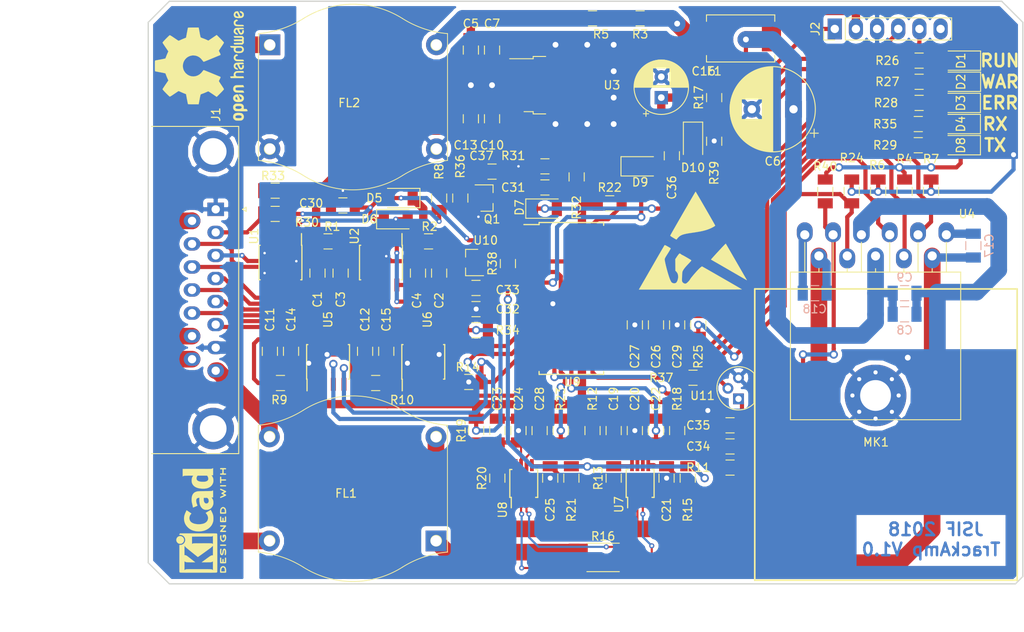
<source format=kicad_pcb>
(kicad_pcb (version 20171130) (host pcbnew "(5.0.0-rc2-dev-444-g2974a2c10)")
  (layers (0 F.Cu signal) (31 B.Cu signal) (34 B.Paste user) (35 F.Paste user) (36 B.SilkS user) (37 F.SilkS user) (38 B.Mask user) (39 F.Mask user) (44 Edge.Cuts user))
  (net 0 "")
  (net 1 "Net-(C1-Pad2)")
  (net 2 GND)
  (net 3 "Net-(C2-Pad2)")
  (net 4 +15V)
  (net 5 +5V)
  (net 6 "Net-(C11-Pad2)")
  (net 7 "Net-(C12-Pad2)")
  (net 8 OCC1)
  (net 9 "Net-(C17-Pad1)")
  (net 10 PWM2)
  (net 11 "Net-(C18-Pad2)")
  (net 12 "Net-(C19-Pad2)")
  (net 13 BMF)
  (net 14 "Net-(C23-Pad2)")
  (net 15 "Net-(C26-Pad2)")
  (net 16 OCC)
  (net 17 CSEN_FLT)
  (net 18 ID_R)
  (net 19 "Net-(C31-Pad2)")
  (net 20 "Net-(D1-Pad2)")
  (net 21 "Net-(D2-Pad2)")
  (net 22 "Net-(D3-Pad2)")
  (net 23 "Net-(D4-Pad2)")
  (net 24 ID)
  (net 25 RST)
  (net 26 OCC2)
  (net 27 PWMO2)
  (net 28 PWMO1)
  (net 29 ICSPDAT)
  (net 30 ICSPCLK)
  (net 31 "Net-(J2-Pad6)")
  (net 32 "Net-(R3-Pad2)")
  (net 33 BRK)
  (net 34 PWM)
  (net 35 DIR)
  (net 36 "Net-(R8-Pad1)")
  (net 37 "Net-(R13-Pad1)")
  (net 38 "Net-(R13-Pad2)")
  (net 39 TX_ENA)
  (net 40 "Net-(R18-Pad2)")
  (net 41 "Net-(R20-Pad1)")
  (net 42 "Net-(R20-Pad2)")
  (net 43 "Net-(R23-Pad2)")
  (net 44 CSEN)
  (net 45 "Net-(R26-Pad1)")
  (net 46 "Net-(R27-Pad1)")
  (net 47 "Net-(R28-Pad1)")
  (net 48 Reset_A)
  (net 49 Reset_B)
  (net 50 SYNC)
  (net 51 Sync_A)
  (net 52 Sync_B)
  (net 53 TX_B)
  (net 54 TX_A)
  (net 55 TX)
  (net 56 "Net-(U5-Pad1)")
  (net 57 RX_B)
  (net 58 RX_A)
  (net 59 RX)
  (net 60 "Net-(U9-Pad7)")
  (net 61 "Net-(U9-Pad10)")
  (net 62 "Net-(C32-Pad2)")
  (net 63 "Net-(D8-Pad2)")
  (net 64 "Net-(R29-Pad1)")
  (net 65 "Net-(R35-Pad2)")
  (net 66 Vbus_flt)
  (net 67 GNDD)
  (net 68 "Net-(C34-Pad2)")
  (net 69 TEMP)
  (net 70 "Net-(R37-Pad1)")
  (net 71 "Net-(C21-Pad2)")
  (net 72 "Net-(C25-Pad2)")
  (net 73 VREF)
  (net 74 PWM1)
  (net 75 "Net-(FL1-Pad1)")
  (net 76 "Net-(C6-Pad1)")
  (net 77 Vlm)
  (net 78 "Net-(R38-Pad2)")
  (net 79 "Net-(FL2-Pad1)")
  (net 80 "Net-(C37-Pad2)")
  (net 81 THFLG)
  (module Resistor_SMD:R_1206_3216Metric (layer F.Cu) (at 117.945 61.58 90)
    (fp_text reference R17 (at 0 -1.85 90) (layer F.SilkS))
    (fp_text value 10k)
    (pad 1 smd rect (at -1.43 0 90) (size 1.22 1.8) (layers F.Cu F.Paste F.Mask) (net 77 Vlm))
    (pad 2 smd rect (at 1.43 0 90) (size 1.22 1.8) (layers F.Cu F.Paste F.Mask) (net 76 "Net-(C6-Pad1)"))
  )
  (module Fuse:Fuse_Bourns_MF-SM_7.98x5.44mm (layer F.Cu) (at 121.12 54.468 180)
    (fp_text reference F1 (at 3.175 -3.937 180) (layer F.SilkS))
    (fp_text value 3.0A)
    (pad 1 smd rect (at -3.7 0 180) (size 2.3 3.1) (layers F.Cu F.Paste F.Mask) (net 76 "Net-(C6-Pad1)"))
    (pad 2 smd rect (at 3.7 0 180) (size 2.3 3.1) (layers F.Cu F.Paste F.Mask) (net 66 Vbus_flt))
  )
  (module Inductor_THT:Choke_EPCOS_B82722-A2302-N1-22.3x22.7mm (layer F.Cu) (at 64.605 55.23 270)
    (fp_text reference FL2 (at 6.985 -9.525 180) (layer F.SilkS))
    (fp_text value EMI_Filter_CMode)
    (pad 1 thru_hole rect (at 0 0 270) (size 2.5 2.5) (drill 1.3) (layers *.Cu *.Mask) (net 79 "Net-(FL2-Pad1)"))
    (pad 2 thru_hole circle (at 0 -20 270) (size 2.5 2.5) (drill 1.3) (layers *.Cu *.Mask) (net 66 Vbus_flt))
    (pad 3 thru_hole circle (at 12.5 0 270) (size 2.5 2.5) (drill 1.3) (layers *.Cu *.Mask) (net 67 GNDD))
    (pad 4 thru_hole circle (at 12.5 -20 270) (size 2.5 2.5) (drill 1.3) (layers *.Cu *.Mask) (net 2 GND))
  )
  (module Inductor_THT:Choke_EPCOS_B82722-A2302-N1-22.3x22.7mm (layer F.Cu) (at 84.544 114.8438 90)
    (fp_text reference FL1 (at 5.715 -10.795) (layer F.SilkS))
    (fp_text value EMI_Filter_CMode)
    (pad 1 thru_hole rect (at 0 0 90) (size 2.5 2.5) (drill 1.3) (layers *.Cu *.Mask) (net 75 "Net-(FL1-Pad1)"))
    (pad 2 thru_hole circle (at 0 -20 90) (size 2.5 2.5) (drill 1.3) (layers *.Cu *.Mask) (net 28 PWMO1))
    (pad 3 thru_hole circle (at 12.5 0 90) (size 2.5 2.5) (drill 1.3) (layers *.Cu *.Mask) (net 10 PWM2))
    (pad 4 thru_hole circle (at 12.5 -20 90) (size 2.5 2.5) (drill 1.3) (layers *.Cu *.Mask) (net 27 PWMO2))
  )
  (module Package_TO_SOT_THT:TO-220-11_20.02x17.50mm_P3.4x5.08mm_StaggerOdd_Lead8.45mm_Tab-Down (layer F.Cu) (at 145.82 78.06 180)
    (fp_text reference U4 (at -2.478 2.51 180) (layer F.SilkS))
    (fp_text value LMD18200)
    (pad "" np_thru_hole oval (at 8.5 -19.3 180) (size 3.5 3.5) (drill 3.5) (layers *.Cu *.Mask))
    (pad 1 thru_hole oval (at 0 0 180) (size 1.9 2.4) (drill 1.1 (offset 0 0.3)) (layers *.Cu *.Mask) (net 9 "Net-(C17-Pad1)"))
    (pad 2 thru_hole oval (at 1.7 -2.54 180) (size 1.9 2.4) (drill 1.1 (offset 0 -0.3)) (layers *.Cu *.Mask) (net 74 PWM1))
    (pad 3 thru_hole oval (at 3.4 0 180) (size 1.9 2.4) (drill 1.1 (offset 0 0.3)) (layers *.Cu *.Mask) (net 35 DIR))
    (pad 4 thru_hole oval (at 5.1 -2.54 180) (size 1.9 2.4) (drill 1.1 (offset 0 -0.3)) (layers *.Cu *.Mask) (net 33 BRK))
    (pad 5 thru_hole oval (at 6.8 0 180) (size 1.9 2.4) (drill 1.1 (offset 0 0.3)) (layers *.Cu *.Mask) (net 34 PWM))
    (pad 6 thru_hole oval (at 8.5 -2.54 180) (size 1.9 2.4) (drill 1.1 (offset 0 -0.3)) (layers *.Cu *.Mask) (net 76 "Net-(C6-Pad1)"))
    (pad 7 thru_hole oval (at 10.2 0 180) (size 1.9 2.4) (drill 1.1 (offset 0 0.3)) (layers *.Cu *.Mask) (net 2 GND))
    (pad 8 thru_hole oval (at 11.9 -2.54 180) (size 1.9 2.4) (drill 1.1 (offset 0 -0.3)) (layers *.Cu *.Mask) (net 44 CSEN))
    (pad 9 thru_hole oval (at 13.6 0 180) (size 1.9 2.4) (drill 1.1 (offset 0 0.3)) (layers *.Cu *.Mask) (net 81 THFLG))
    (pad 10 thru_hole oval (at 15.3 -2.54 180) (size 1.9 2.4) (drill 1.1 (offset 0 -0.3)) (layers *.Cu *.Mask) (net 10 PWM2))
    (pad 11 thru_hole oval (at 17 0 180) (size 1.9 2.4) (drill 1.1 (offset 0 0.3)) (layers *.Cu *.Mask) (net 11 "Net-(C18-Pad2)"))
  )
  (module Connector_Dsub:DSUB-15_Male_Horizontal_P2.77x2.84mm_EdgePinOffset4.94mm_Housed_MountingHolesOffset7.48mm (layer F.Cu) (at 58.1 75 270)
    (fp_text reference J1 (at -11.388 -0.028 270) (layer F.SilkS))
    (fp_text value DB15_Male_MountingHoles)
    (pad 1 thru_hole rect (at 0 0 270) (size 1.6 2) (drill 1) (layers *.Cu *.Mask) (net 67 GNDD))
    (pad 2 thru_hole oval (at 2.77 0 270) (size 1.6 2) (drill 1) (layers *.Cu *.Mask) (net 18 ID_R))
    (pad 3 thru_hole oval (at 5.54 0 270) (size 1.6 2) (drill 1) (layers *.Cu *.Mask) (net 49 Reset_B))
    (pad 4 thru_hole oval (at 8.31 0 270) (size 1.6 2) (drill 1) (layers *.Cu *.Mask) (net 52 Sync_B))
    (pad 5 thru_hole oval (at 11.08 0 270) (size 1.6 2) (drill 1) (layers *.Cu *.Mask) (net 57 RX_B))
    (pad 6 thru_hole oval (at 13.85 0 270) (size 1.6 2) (drill 1) (layers *.Cu *.Mask) (net 53 TX_B))
    (pad 7 thru_hole oval (at 16.62 0 270) (size 1.6 2) (drill 1) (layers *.Cu *.Mask) (net 67 GNDD))
    (pad 8 thru_hole oval (at 19.39 0 270) (size 1.6 2) (drill 1) (layers *.Cu *.Mask) (net 27 PWMO2))
    (pad 9 thru_hole oval (at 1.385 2.84 270) (size 1.6 2) (drill 1) (layers *.Cu *.Mask) (net 79 "Net-(FL2-Pad1)"))
    (pad 10 thru_hole oval (at 4.155 2.84 270) (size 1.6 2) (drill 1) (layers *.Cu *.Mask) (net 48 Reset_A))
    (pad 11 thru_hole oval (at 6.925 2.84 270) (size 1.6 2) (drill 1) (layers *.Cu *.Mask) (net 51 Sync_A))
    (pad 12 thru_hole oval (at 9.695 2.84 270) (size 1.6 2) (drill 1) (layers *.Cu *.Mask) (net 58 RX_A))
    (pad 13 thru_hole oval (at 12.465 2.84 270) (size 1.6 2) (drill 1) (layers *.Cu *.Mask) (net 54 TX_A))
    (pad 14 thru_hole oval (at 15.235 2.84 270) (size 1.6 2) (drill 1) (layers *.Cu *.Mask) (net 79 "Net-(FL2-Pad1)"))
    (pad 15 thru_hole oval (at 18.005 2.84 270) (size 1.6 2) (drill 1) (layers *.Cu *.Mask) (net 28 PWMO1))
    (pad 0 thru_hole circle (at -6.955 0.3 270) (size 5 5) (drill 3.2) (layers *.Cu *.Mask) (net 67 GNDD))
    (pad 0 thru_hole circle (at 26.345 0.3 270) (size 5 5) (drill 3.2) (layers *.Cu *.Mask) (net 67 GNDD))
  )
  (module Connector_PinHeader_2.54mm:PinHeader_1x06_P2.54mm_Vertical (layer F.Cu) (at 132.423 53.325 90)
    (fp_text reference J2 (at 0 -2.33 90) (layer F.SilkS))
    (fp_text value Conn_01x06)
    (pad 1 thru_hole rect (at 0 0 90) (size 2.5 1.7) (drill 1) (layers *.Cu *.Mask) (net 25 RST))
    (pad 2 thru_hole oval (at 0 2.54 90) (size 2.5 1.7) (drill 1) (layers *.Cu *.Mask) (net 5 +5V))
    (pad 3 thru_hole oval (at 0 5.08 90) (size 2.5 1.7) (drill 1) (layers *.Cu *.Mask) (net 2 GND))
    (pad 4 thru_hole oval (at 0 7.62 90) (size 2.5 1.7) (drill 1) (layers *.Cu *.Mask) (net 29 ICSPDAT))
    (pad 5 thru_hole oval (at 0 10.16 90) (size 2.5 1.7) (drill 1) (layers *.Cu *.Mask) (net 30 ICSPCLK))
    (pad 6 thru_hole oval (at 0 12.7 90) (size 2.5 1.7) (drill 1) (layers *.Cu *.Mask) (net 31 "Net-(J2-Pad6)"))
  )
  (module Capacitor_SMD:C_1206_3216Metric (layer F.Cu) (at 70.32 82.662 270)
    (fp_text reference C1 (at 3.175 0 270) (layer F.SilkS))
    (fp_text value 22u)
    (pad 2 smd rect (at 1.43 0 270) (size 1.22 1.8) (layers F.Cu F.Paste F.Mask) (net 1 "Net-(C1-Pad2)"))
    (pad 1 smd rect (at -1.43 0 270) (size 1.22 1.8) (layers F.Cu F.Paste F.Mask) (net 2 GND))
  )
  (module Capacitor_SMD:C_1206_3216Metric (layer F.Cu) (at 84.925 82.662 270)
    (fp_text reference C2 (at 3.302 0 270) (layer F.SilkS))
    (fp_text value 22u)
    (pad 1 smd rect (at -1.43 0 270) (size 1.22 1.8) (layers F.Cu F.Paste F.Mask) (net 2 GND))
    (pad 2 smd rect (at 1.43 0 270) (size 1.22 1.8) (layers F.Cu F.Paste F.Mask) (net 3 "Net-(C2-Pad2)"))
  )
  (module Capacitor_SMD:C_1206_3216Metric (layer F.Cu) (at 73.096675 82.662 270)
    (fp_text reference C3 (at 3.175 0 270) (layer F.SilkS))
    (fp_text value 100n)
    (pad 1 smd rect (at -1.43 0 270) (size 1.22 1.8) (layers F.Cu F.Paste F.Mask) (net 2 GND))
    (pad 2 smd rect (at 1.43 0 270) (size 1.22 1.8) (layers F.Cu F.Paste F.Mask) (net 1 "Net-(C1-Pad2)"))
  )
  (module Capacitor_SMD:C_1206_3216Metric (layer F.Cu) (at 82.385 82.662 270)
    (fp_text reference C4 (at 3.302 0.127 270) (layer F.SilkS))
    (fp_text value 100n)
    (pad 1 smd rect (at -1.43 0 270) (size 1.22 1.8) (layers F.Cu F.Paste F.Mask) (net 2 GND))
    (pad 2 smd rect (at 1.43 0 270) (size 1.22 1.8) (layers F.Cu F.Paste F.Mask) (net 3 "Net-(C2-Pad2)"))
  )
  (module Capacitor_SMD:C_1206_3216Metric (layer F.Cu) (at 88.735 55.865 90)
    (fp_text reference C5 (at 3.175 0 180) (layer F.SilkS))
    (fp_text value 22u)
    (pad 1 smd rect (at -1.43 0 90) (size 1.22 1.8) (layers F.Cu F.Paste F.Mask) (net 2 GND))
    (pad 2 smd rect (at 1.43 0 90) (size 1.22 1.8) (layers F.Cu F.Paste F.Mask) (net 4 +15V))
  )
  (module Capacitor_SMD:C_1206_3216Metric (layer F.Cu) (at 91.275 55.865 90)
    (fp_text reference C7 (at 3.175 0 180) (layer F.SilkS))
    (fp_text value 100n)
    (pad 2 smd rect (at 1.43 0 90) (size 1.22 1.8) (layers F.Cu F.Paste F.Mask) (net 4 +15V))
    (pad 1 smd rect (at -1.43 0 90) (size 1.22 1.8) (layers F.Cu F.Paste F.Mask) (net 2 GND))
  )
  (module Capacitor_SMD:C_1206_3216Metric (layer B.Cu) (at 140.805 87.615 180)
    (fp_text reference C8 (at 0 -1.905) (layer B.SilkS) (effects (justify mirror)))
    (fp_text value 22u)
    (pad 1 smd rect (at -1.43 0 180) (size 1.22 1.8) (layers B.Cu B.Paste B.Mask) (net 2 GND))
    (pad 2 smd rect (at 1.43 0 180) (size 1.22 1.8) (layers B.Cu B.Paste B.Mask) (net 76 "Net-(C6-Pad1)"))
  )
  (module Capacitor_SMD:C_1206_3216Metric (layer B.Cu) (at 140.805 85.075 180)
    (fp_text reference C9 (at 0 1.905 180) (layer B.SilkS) (effects (justify mirror)))
    (fp_text value 100n)
    (pad 2 smd rect (at 1.43 0 180) (size 1.22 1.8) (layers B.Cu B.Paste B.Mask) (net 76 "Net-(C6-Pad1)"))
    (pad 1 smd rect (at -1.43 0 180) (size 1.22 1.8) (layers B.Cu B.Paste B.Mask) (net 2 GND))
  )
  (module Capacitor_SMD:C_1206_3216Metric (layer F.Cu) (at 91.275 64.12 270)
    (fp_text reference C10 (at 3.175 0) (layer F.SilkS))
    (fp_text value 100n)
    (pad 2 smd rect (at 1.43 0 270) (size 1.22 1.8) (layers F.Cu F.Paste F.Mask) (net 5 +5V))
    (pad 1 smd rect (at -1.43 0 270) (size 1.22 1.8) (layers F.Cu F.Paste F.Mask) (net 2 GND))
  )
  (module Capacitor_SMD:C_1206_3216Metric (layer F.Cu) (at 64.605 92.06 90)
    (fp_text reference C11 (at 3.81 0 90) (layer F.SilkS))
    (fp_text value 22u)
    (pad 1 smd rect (at -1.43 0 90) (size 1.22 1.8) (layers F.Cu F.Paste F.Mask) (net 2 GND))
    (pad 2 smd rect (at 1.43 0 90) (size 1.22 1.8) (layers F.Cu F.Paste F.Mask) (net 6 "Net-(C11-Pad2)"))
  )
  (module Capacitor_SMD:C_1206_3216Metric (layer F.Cu) (at 76.035 92.06 90)
    (fp_text reference C12 (at 3.81 0 90) (layer F.SilkS))
    (fp_text value 22u)
    (pad 2 smd rect (at 1.43 0 90) (size 1.22 1.8) (layers F.Cu F.Paste F.Mask) (net 7 "Net-(C12-Pad2)"))
    (pad 1 smd rect (at -1.43 0 90) (size 1.22 1.8) (layers F.Cu F.Paste F.Mask) (net 2 GND))
  )
  (module Capacitor_SMD:C_1206_3216Metric (layer F.Cu) (at 88.735 64.12 270)
    (fp_text reference C13 (at 3.175 0.635) (layer F.SilkS))
    (fp_text value 22u)
    (pad 1 smd rect (at -1.43 0 270) (size 1.22 1.8) (layers F.Cu F.Paste F.Mask) (net 2 GND))
    (pad 2 smd rect (at 1.43 0 270) (size 1.22 1.8) (layers F.Cu F.Paste F.Mask) (net 5 +5V))
  )
  (module Capacitor_SMD:C_1206_3216Metric (layer F.Cu) (at 67.145 92.06 90)
    (fp_text reference C14 (at 3.81 0 90) (layer F.SilkS))
    (fp_text value 100n)
    (pad 1 smd rect (at -1.43 0 90) (size 1.22 1.8) (layers F.Cu F.Paste F.Mask) (net 2 GND))
    (pad 2 smd rect (at 1.43 0 90) (size 1.22 1.8) (layers F.Cu F.Paste F.Mask) (net 6 "Net-(C11-Pad2)"))
  )
  (module Capacitor_SMD:C_1206_3216Metric (layer F.Cu) (at 78.575 92.06 90)
    (fp_text reference C15 (at 3.81 0 90) (layer F.SilkS))
    (fp_text value 100n)
    (pad 2 smd rect (at 1.43 0 90) (size 1.22 1.8) (layers F.Cu F.Paste F.Mask) (net 7 "Net-(C12-Pad2)"))
    (pad 1 smd rect (at -1.43 0 90) (size 1.22 1.8) (layers F.Cu F.Paste F.Mask) (net 2 GND))
  )
  (module Capacitor_THT:CP_Radial_D6.3mm_P2.50mm (layer F.Cu) (at 111.595 61.58 90)
    (fp_text reference C16 (at 3.175 5.08 -180) (layer F.SilkS))
    (fp_text value 100u)
    (pad 1 thru_hole rect (at 0 0 90) (size 1.6 1.6) (drill 0.8) (layers *.Cu *.Mask) (net 5 +5V))
    (pad 2 thru_hole circle (at 2.5 0 90) (size 1.6 1.6) (drill 0.8) (layers *.Cu *.Mask) (net 2 GND))
  )
  (module Capacitor_SMD:C_1206_3216Metric (layer B.Cu) (at 149.06 79.36 270)
    (fp_text reference C17 (at 0 -1.905 270) (layer B.SilkS) (effects (justify mirror)))
    (fp_text value 10n)
    (pad 2 smd rect (at 1.43 0 270) (size 1.22 1.8) (layers B.Cu B.Paste B.Mask) (net 74 PWM1))
    (pad 1 smd rect (at -1.43 0 270) (size 1.22 1.8) (layers B.Cu B.Paste B.Mask) (net 9 "Net-(C17-Pad1)"))
  )
  (module Capacitor_SMD:C_1206_3216Metric (layer B.Cu) (at 130.01 85.075 180)
    (fp_text reference C18 (at 0 -1.905 180) (layer B.SilkS) (effects (justify mirror)))
    (fp_text value 10n)
    (pad 1 smd rect (at -1.43 0 180) (size 1.22 1.8) (layers B.Cu B.Paste B.Mask) (net 10 PWM2))
    (pad 2 smd rect (at 1.43 0 180) (size 1.22 1.8) (layers B.Cu B.Paste B.Mask) (net 11 "Net-(C18-Pad2)"))
  )
  (module Capacitor_SMD:C_1206_3216Metric (layer F.Cu) (at 105.88 101.585 270)
    (fp_text reference C19 (at -3.81 0 270) (layer F.SilkS))
    (fp_text value 22u)
    (pad 1 smd rect (at -1.43 0 270) (size 1.22 1.8) (layers F.Cu F.Paste F.Mask) (net 2 GND))
    (pad 2 smd rect (at 1.43 0 270) (size 1.22 1.8) (layers F.Cu F.Paste F.Mask) (net 12 "Net-(C19-Pad2)"))
  )
  (module Capacitor_SMD:C_1206_3216Metric (layer F.Cu) (at 108.42 101.585 270)
    (fp_text reference C20 (at -3.81 0 270) (layer F.SilkS))
    (fp_text value 100n)
    (pad 2 smd rect (at 1.43 0 270) (size 1.22 1.8) (layers F.Cu F.Paste F.Mask) (net 12 "Net-(C19-Pad2)"))
    (pad 1 smd rect (at -1.43 0 270) (size 1.22 1.8) (layers F.Cu F.Paste F.Mask) (net 2 GND))
  )
  (module Capacitor_SMD:C_1206_3216Metric (layer F.Cu) (at 112.23 107.3 90)
    (fp_text reference C21 (at -3.81 0 90) (layer F.SilkS))
    (fp_text value 100n)
    (pad 2 smd rect (at 1.43 0 90) (size 1.22 1.8) (layers F.Cu F.Paste F.Mask) (net 71 "Net-(C21-Pad2)"))
    (pad 1 smd rect (at -1.43 0 90) (size 1.22 1.8) (layers F.Cu F.Paste F.Mask) (net 2 GND))
  )
  (module Capacitor_SMD:C_1206_3216Metric (layer F.Cu) (at 110.96 101.585 270)
    (fp_text reference C22 (at -3.81 0 270) (layer F.SilkS))
    (fp_text value 1u)
    (pad 1 smd rect (at -1.43 0 270) (size 1.22 1.8) (layers F.Cu F.Paste F.Mask) (net 2 GND))
    (pad 2 smd rect (at 1.43 0 270) (size 1.22 1.8) (layers F.Cu F.Paste F.Mask) (net 13 BMF))
  )
  (module Capacitor_SMD:C_1206_3216Metric (layer F.Cu) (at 91.91 101.585 270)
    (fp_text reference C23 (at -3.81 0 270) (layer F.SilkS))
    (fp_text value 22u)
    (pad 2 smd rect (at 1.43 0 270) (size 1.22 1.8) (layers F.Cu F.Paste F.Mask) (net 14 "Net-(C23-Pad2)"))
    (pad 1 smd rect (at -1.43 0 270) (size 1.22 1.8) (layers F.Cu F.Paste F.Mask) (net 2 GND))
  )
  (module Capacitor_SMD:C_1206_3216Metric (layer F.Cu) (at 94.45 101.585 270)
    (fp_text reference C24 (at -3.81 0 270) (layer F.SilkS))
    (fp_text value 100n)
    (pad 1 smd rect (at -1.43 0 270) (size 1.22 1.8) (layers F.Cu F.Paste F.Mask) (net 2 GND))
    (pad 2 smd rect (at 1.43 0 270) (size 1.22 1.8) (layers F.Cu F.Paste F.Mask) (net 14 "Net-(C23-Pad2)"))
  )
  (module Capacitor_SMD:C_1206_3216Metric (layer F.Cu) (at 98.26 107.3 90)
    (fp_text reference C25 (at -3.81 0 90) (layer F.SilkS))
    (fp_text value 100n)
    (pad 1 smd rect (at -1.43 0 90) (size 1.22 1.8) (layers F.Cu F.Paste F.Mask) (net 2 GND))
    (pad 2 smd rect (at 1.43 0 90) (size 1.22 1.8) (layers F.Cu F.Paste F.Mask) (net 72 "Net-(C25-Pad2)"))
  )
  (module Capacitor_SMD:C_1206_3216Metric (layer F.Cu) (at 110.96 88.882479 90)
    (fp_text reference C26 (at -3.81 0 90) (layer F.SilkS))
    (fp_text value 22u)
    (pad 2 smd rect (at 1.43 0 90) (size 1.22 1.8) (layers F.Cu F.Paste F.Mask) (net 15 "Net-(C26-Pad2)"))
    (pad 1 smd rect (at -1.43 0 90) (size 1.22 1.8) (layers F.Cu F.Paste F.Mask) (net 2 GND))
  )
  (module Capacitor_SMD:C_1206_3216Metric (layer F.Cu) (at 108.42 88.885 90)
    (fp_text reference C27 (at -3.81 0 90) (layer F.SilkS))
    (fp_text value 100n)
    (pad 1 smd rect (at -1.43 0 90) (size 1.22 1.8) (layers F.Cu F.Paste F.Mask) (net 2 GND))
    (pad 2 smd rect (at 1.43 0 90) (size 1.22 1.8) (layers F.Cu F.Paste F.Mask) (net 15 "Net-(C26-Pad2)"))
  )
  (module Capacitor_SMD:C_1206_3216Metric (layer F.Cu) (at 96.99 101.585 270)
    (fp_text reference C28 (at -3.81 0 270) (layer F.SilkS))
    (fp_text value 1u)
    (pad 1 smd rect (at -1.43 0 270) (size 1.22 1.8) (layers F.Cu F.Paste F.Mask) (net 2 GND))
    (pad 2 smd rect (at 1.43 0 270) (size 1.22 1.8) (layers F.Cu F.Paste F.Mask) (net 16 OCC))
  )
  (module Capacitor_SMD:C_1206_3216Metric (layer F.Cu) (at 113.5 88.885 90)
    (fp_text reference C29 (at -3.81 0 90) (layer F.SilkS))
    (fp_text value 22u)
    (pad 2 smd rect (at 1.43 0 90) (size 1.22 1.8) (layers F.Cu F.Paste F.Mask) (net 17 CSEN_FLT))
    (pad 1 smd rect (at -1.43 0 90) (size 1.22 1.8) (layers F.Cu F.Paste F.Mask) (net 2 GND))
  )
  (module Capacitor_SMD:C_1206_3216Metric (layer F.Cu) (at 73.368 74.534)
    (fp_text reference C30 (at -3.81 -0.254) (layer F.SilkS))
    (fp_text value 220n)
    (pad 2 smd rect (at 1.43 0) (size 1.22 1.8) (layers F.Cu F.Paste F.Mask) (net 24 ID))
    (pad 1 smd rect (at -1.43 0) (size 1.22 1.8) (layers F.Cu F.Paste F.Mask) (net 2 GND))
  )
  (module Capacitor_SMD:C_1206_3216Metric (layer F.Cu) (at 97.625 72.375)
    (fp_text reference C31 (at -3.81 0) (layer F.SilkS))
    (fp_text value 100n)
    (pad 2 smd rect (at 1.43 0) (size 1.22 1.8) (layers F.Cu F.Paste F.Mask) (net 19 "Net-(C31-Pad2)"))
    (pad 1 smd rect (at -1.43 0) (size 1.22 1.8) (layers F.Cu F.Paste F.Mask) (net 2 GND))
  )
  (module LED_SMD:LED_1206_3216Metric (layer F.Cu) (at 147.63 57.135 180)
    (fp_text reference D1 (at 0.056743 -0.015053 -90) (layer F.SilkS))
    (fp_text value LED)
    (pad 1 smd rect (at -1.43 0 180) (size 1.22 1.8) (layers F.Cu F.Paste F.Mask) (net 2 GND))
    (pad 2 smd rect (at 1.43 0 180) (size 1.22 1.8) (layers F.Cu F.Paste F.Mask) (net 20 "Net-(D1-Pad2)"))
  )
  (module LED_SMD:LED_1206_3216Metric (layer F.Cu) (at 147.63 59.675 180)
    (fp_text reference D2 (at 0.056743 -0.015053 -90) (layer F.SilkS))
    (fp_text value LED)
    (pad 1 smd rect (at -1.43 0 180) (size 1.22 1.8) (layers F.Cu F.Paste F.Mask) (net 2 GND))
    (pad 2 smd rect (at 1.43 0 180) (size 1.22 1.8) (layers F.Cu F.Paste F.Mask) (net 21 "Net-(D2-Pad2)"))
  )
  (module LED_SMD:LED_1206_3216Metric (layer F.Cu) (at 147.610058 62.215 180)
    (fp_text reference D3 (at 0.056743 -0.015053 -90) (layer F.SilkS))
    (fp_text value LED)
    (pad 2 smd rect (at 1.43 0 180) (size 1.22 1.8) (layers F.Cu F.Paste F.Mask) (net 22 "Net-(D3-Pad2)"))
    (pad 1 smd rect (at -1.43 0 180) (size 1.22 1.8) (layers F.Cu F.Paste F.Mask) (net 2 GND))
  )
  (module LED_SMD:LED_1206_3216Metric (layer F.Cu) (at 147.610058 64.755 180)
    (fp_text reference D4 (at 0.056743 0 -90) (layer F.SilkS))
    (fp_text value LED)
    (pad 2 smd rect (at 1.43 0 180) (size 1.22 1.8) (layers F.Cu F.Paste F.Mask) (net 23 "Net-(D4-Pad2)"))
    (pad 1 smd rect (at -1.43 0 180) (size 1.22 1.8) (layers F.Cu F.Paste F.Mask) (net 2 GND))
  )
  (module Diode_SMD:D_1206_3216Metric (layer F.Cu) (at 80.32 73.645 180)
    (fp_text reference D5 (at 3.175 0 180) (layer F.SilkS))
    (fp_text value 1n4148)
    (pad 1 smd rect (at -1.43 0 180) (size 1.22 1.8) (layers F.Cu F.Paste F.Mask) (net 5 +5V))
    (pad 2 smd rect (at 1.43 0 180) (size 1.22 1.8) (layers F.Cu F.Paste F.Mask) (net 24 ID))
  )
  (module Diode_SMD:D_1206_3216Metric (layer F.Cu) (at 79.718 76.185)
    (fp_text reference D6 (at -3.175 0) (layer F.SilkS))
    (fp_text value 1n4148)
    (pad 2 smd rect (at 1.43 0) (size 1.22 1.8) (layers F.Cu F.Paste F.Mask) (net 2 GND))
    (pad 1 smd rect (at -1.43 0) (size 1.22 1.8) (layers F.Cu F.Paste F.Mask) (net 24 ID))
  )
  (module Diode_SMD:D_1206_3216Metric (layer F.Cu) (at 97.625 74.915)
    (fp_text reference D7 (at -3.048 -0.127 90) (layer F.SilkS))
    (fp_text value 1n4148)
    (pad 1 smd rect (at -1.43 0) (size 1.22 1.8) (layers F.Cu F.Paste F.Mask) (net 25 RST))
    (pad 2 smd rect (at 1.43 0) (size 1.22 1.8) (layers F.Cu F.Paste F.Mask) (net 19 "Net-(C31-Pad2)"))
  )
  (module Package_TO_SOT_SMD:SOT-23 (layer F.Cu) (at 90.64 73.645)
    (fp_text reference Q1 (at 0.635 2.54) (layer F.SilkS))
    (fp_text value 2N7002)
    (pad 1 smd rect (at -1 -0.95) (size 0.9 0.8) (layers F.Cu F.Paste F.Mask) (net 80 "Net-(C37-Pad2)"))
    (pad 2 smd rect (at -1 0.95) (size 0.9 0.8) (layers F.Cu F.Paste F.Mask) (net 2 GND))
    (pad 3 smd rect (at 1 0) (size 0.9 0.8) (layers F.Cu F.Paste F.Mask) (net 25 RST))
  )
  (module Resistor_SMD:R_1206_3216Metric (layer F.Cu) (at 71.59 78.852 180)
    (fp_text reference R1 (at -0.508 1.778 180) (layer F.SilkS))
    (fp_text value 10E)
    (pad 2 smd rect (at 1.43 0 180) (size 1.22 1.8) (layers F.Cu F.Paste F.Mask) (net 5 +5V))
    (pad 1 smd rect (at -1.43 0 180) (size 1.22 1.8) (layers F.Cu F.Paste F.Mask) (net 1 "Net-(C1-Pad2)"))
  )
  (module Resistor_SMD:R_1206_3216Metric (layer F.Cu) (at 83.655 78.852 180)
    (fp_text reference R2 (at -0.127 1.778 180) (layer F.SilkS))
    (fp_text value 10E)
    (pad 2 smd rect (at 1.43 0 180) (size 1.22 1.8) (layers F.Cu F.Paste F.Mask) (net 5 +5V))
    (pad 1 smd rect (at -1.43 0 180) (size 1.22 1.8) (layers F.Cu F.Paste F.Mask) (net 3 "Net-(C2-Pad2)"))
  )
  (module Resistor_SMD:R_1206_3216Metric (layer F.Cu) (at 109.055 52.055 180)
    (fp_text reference R3 (at 0 -1.905 180) (layer F.SilkS))
    (fp_text value 10E)
    (pad 2 smd rect (at 1.43 0 180) (size 1.22 1.8) (layers F.Cu F.Paste F.Mask) (net 32 "Net-(R3-Pad2)"))
    (pad 1 smd rect (at -1.43 0 180) (size 1.22 1.8) (layers F.Cu F.Paste F.Mask) (net 66 Vbus_flt))
  )
  (module Resistor_SMD:R_1206_3216Metric (layer F.Cu) (at 140.805 72.85 90)
    (fp_text reference R4 (at 3.904 0) (layer F.SilkS))
    (fp_text value 4K7)
    (pad 2 smd rect (at 1.43 0 90) (size 1.22 1.8) (layers F.Cu F.Paste F.Mask) (net 5 +5V))
    (pad 1 smd rect (at -1.43 0 90) (size 1.22 1.8) (layers F.Cu F.Paste F.Mask) (net 33 BRK))
  )
  (module Resistor_SMD:R_1206_3216Metric (layer F.Cu) (at 103.34 52.055 180)
    (fp_text reference R5 (at -1.016 -1.905 180) (layer F.SilkS))
    (fp_text value 10E)
    (pad 1 smd rect (at -1.43 0 180) (size 1.22 1.8) (layers F.Cu F.Paste F.Mask) (net 32 "Net-(R3-Pad2)"))
    (pad 2 smd rect (at 1.43 0 180) (size 1.22 1.8) (layers F.Cu F.Paste F.Mask) (net 4 +15V))
  )
  (module Resistor_SMD:R_1206_3216Metric (layer F.Cu) (at 137.63 72.85 270)
    (fp_text reference R6 (at -3.175 0.11684) (layer F.SilkS))
    (fp_text value 4K7)
    (pad 1 smd rect (at -1.43 0 270) (size 1.22 1.8) (layers F.Cu F.Paste F.Mask) (net 2 GND))
    (pad 2 smd rect (at 1.43 0 270) (size 1.22 1.8) (layers F.Cu F.Paste F.Mask) (net 34 PWM))
  )
  (module Resistor_SMD:R_1206_3216Metric (layer F.Cu) (at 143.98 72.85 270)
    (fp_text reference R7 (at -3.904 0) (layer F.SilkS))
    (fp_text value 4K7)
    (pad 1 smd rect (at -1.43 0 270) (size 1.22 1.8) (layers F.Cu F.Paste F.Mask) (net 2 GND))
    (pad 2 smd rect (at 1.43 0 270) (size 1.22 1.8) (layers F.Cu F.Paste F.Mask) (net 35 DIR))
  )
  (module Resistor_SMD:R_1206_3216Metric (layer F.Cu) (at 84.925 73.645 90)
    (fp_text reference R8 (at 3.175 0 90) (layer F.SilkS))
    (fp_text value 100E)
    (pad 1 smd rect (at -1.43 0 90) (size 1.22 1.8) (layers F.Cu F.Paste F.Mask) (net 36 "Net-(R8-Pad1)"))
    (pad 2 smd rect (at 1.43 0 90) (size 1.22 1.8) (layers F.Cu F.Paste F.Mask) (net 80 "Net-(C37-Pad2)"))
  )
  (module Resistor_SMD:R_1206_3216Metric (layer F.Cu) (at 65.875 95.87)
    (fp_text reference R9 (at -0.127 2.032) (layer F.SilkS))
    (fp_text value 10E)
    (pad 1 smd rect (at -1.43 0) (size 1.22 1.8) (layers F.Cu F.Paste F.Mask) (net 6 "Net-(C11-Pad2)"))
    (pad 2 smd rect (at 1.43 0) (size 1.22 1.8) (layers F.Cu F.Paste F.Mask) (net 5 +5V))
  )
  (module Resistor_SMD:R_1206_3216Metric (layer F.Cu) (at 77.305 95.87)
    (fp_text reference R10 (at 3.175 2.032) (layer F.SilkS))
    (fp_text value 10E)
    (pad 2 smd rect (at 1.43 0) (size 1.22 1.8) (layers F.Cu F.Paste F.Mask) (net 5 +5V))
    (pad 1 smd rect (at -1.43 0) (size 1.22 1.8) (layers F.Cu F.Paste F.Mask) (net 7 "Net-(C12-Pad2)"))
  )
  (module Resistor_SMD:R_1206_3216Metric (layer F.Cu) (at 119.85 106.03 180)
    (fp_text reference R11 (at 3.81 0 180) (layer F.SilkS))
    (fp_text value 10E)
    (pad 2 smd rect (at 1.43 0 180) (size 1.22 1.8) (layers F.Cu F.Paste F.Mask) (net 5 +5V))
    (pad 1 smd rect (at -1.43 0 180) (size 1.22 1.8) (layers F.Cu F.Paste F.Mask) (net 68 "Net-(C34-Pad2)"))
  )
  (module Resistor_SMD:R_1206_3216Metric (layer F.Cu) (at 103.34 101.585 270)
    (fp_text reference R12 (at -3.81 0 270) (layer F.SilkS))
    (fp_text value 10E)
    (pad 2 smd rect (at 1.43 0 270) (size 1.22 1.8) (layers F.Cu F.Paste F.Mask) (net 12 "Net-(C19-Pad2)"))
    (pad 1 smd rect (at -1.43 0 270) (size 1.22 1.8) (layers F.Cu F.Paste F.Mask) (net 5 +5V))
  )
  (module Resistor_SMD:R_1206_3216Metric (layer F.Cu) (at 105.88 107.3 90)
    (fp_text reference R13 (at 0 -1.85 90) (layer F.SilkS))
    (fp_text value 10E)
    (pad 1 smd rect (at -1.43 0 90) (size 1.22 1.8) (layers F.Cu F.Paste F.Mask) (net 37 "Net-(R13-Pad1)"))
    (pad 2 smd rect (at 1.43 0 90) (size 1.22 1.8) (layers F.Cu F.Paste F.Mask) (net 38 "Net-(R13-Pad2)"))
  )
  (module Resistor_SMD:R_1206_3216Metric (layer F.Cu) (at 88.481 95.743)
    (fp_text reference R14 (at -0.127 -1.778) (layer F.SilkS))
    (fp_text value 4K7)
    (pad 2 smd rect (at 1.43 0) (size 1.22 1.8) (layers F.Cu F.Paste F.Mask) (net 39 TX_ENA))
    (pad 1 smd rect (at -1.43 0) (size 1.22 1.8) (layers F.Cu F.Paste F.Mask) (net 2 GND))
  )
  (module Resistor_SMD:R_1206_3216Metric (layer F.Cu) (at 114.77 107.3 270)
    (fp_text reference R15 (at 3.81 0 270) (layer F.SilkS))
    (fp_text value 10E)
    (pad 2 smd rect (at 1.43 0 270) (size 1.22 1.8) (layers F.Cu F.Paste F.Mask) (net 71 "Net-(C21-Pad2)"))
    (pad 1 smd rect (at -1.43 0 270) (size 1.22 1.8) (layers F.Cu F.Paste F.Mask) (net 73 VREF))
  )
  (module Resistor_SMD:R_1206_3216Metric (layer F.Cu) (at 113.5 101.585 90)
    (fp_text reference R18 (at 3.81 0 90) (layer F.SilkS))
    (fp_text value 100E)
    (pad 1 smd rect (at -1.43 0 90) (size 1.22 1.8) (layers F.Cu F.Paste F.Mask) (net 13 BMF))
    (pad 2 smd rect (at 1.43 0 90) (size 1.22 1.8) (layers F.Cu F.Paste F.Mask) (net 40 "Net-(R18-Pad2)"))
  )
  (module Resistor_SMD:R_1206_3216Metric (layer F.Cu) (at 89.37 101.585 270)
    (fp_text reference R19 (at 0 1.778 270) (layer F.SilkS))
    (fp_text value 10E)
    (pad 2 smd rect (at 1.43 0 270) (size 1.22 1.8) (layers F.Cu F.Paste F.Mask) (net 14 "Net-(C23-Pad2)"))
    (pad 1 smd rect (at -1.43 0 270) (size 1.22 1.8) (layers F.Cu F.Paste F.Mask) (net 5 +5V))
  )
  (module Resistor_SMD:R_1206_3216Metric (layer F.Cu) (at 91.91 107.3 90)
    (fp_text reference R20 (at 0 -1.85 90) (layer F.SilkS))
    (fp_text value 10E)
    (pad 1 smd rect (at -1.43 0 90) (size 1.22 1.8) (layers F.Cu F.Paste F.Mask) (net 41 "Net-(R20-Pad1)"))
    (pad 2 smd rect (at 1.43 0 90) (size 1.22 1.8) (layers F.Cu F.Paste F.Mask) (net 42 "Net-(R20-Pad2)"))
  )
  (module Resistor_SMD:R_1206_3216Metric (layer F.Cu) (at 100.8 107.3 270)
    (fp_text reference R21 (at 3.81 0 270) (layer F.SilkS))
    (fp_text value 10E)
    (pad 2 smd rect (at 1.43 0 270) (size 1.22 1.8) (layers F.Cu F.Paste F.Mask) (net 72 "Net-(C25-Pad2)"))
    (pad 1 smd rect (at -1.43 0 270) (size 1.22 1.8) (layers F.Cu F.Paste F.Mask) (net 73 VREF))
  )
  (module Resistor_SMD:R_1206_3216Metric (layer F.Cu) (at 105.405 74.28)
    (fp_text reference R22 (at 0 -1.905) (layer F.SilkS))
    (fp_text value 10E)
    (pad 1 smd rect (at -1.43 0) (size 1.22 1.8) (layers F.Cu F.Paste F.Mask) (net 5 +5V))
    (pad 2 smd rect (at 1.43 0) (size 1.22 1.8) (layers F.Cu F.Paste F.Mask) (net 15 "Net-(C26-Pad2)"))
  )
  (module Resistor_SMD:R_1206_3216Metric (layer F.Cu) (at 99.53 101.585 90)
    (fp_text reference R23 (at 3.81 0 90) (layer F.SilkS))
    (fp_text value 100E)
    (pad 1 smd rect (at -1.43 0 90) (size 1.22 1.8) (layers F.Cu F.Paste F.Mask) (net 16 OCC))
    (pad 2 smd rect (at 1.43 0 90) (size 1.22 1.8) (layers F.Cu F.Paste F.Mask) (net 43 "Net-(R23-Pad2)"))
  )
  (module Resistor_SMD:R_1206_3216Metric (layer F.Cu) (at 134.455 72.85 270)
    (fp_text reference R24 (at -4.031 0) (layer F.SilkS))
    (fp_text value 3K3)
    (pad 2 smd rect (at 1.43 0 270) (size 1.22 1.8) (layers F.Cu F.Paste F.Mask) (net 44 CSEN))
    (pad 1 smd rect (at -1.43 0 270) (size 1.22 1.8) (layers F.Cu F.Paste F.Mask) (net 2 GND))
  )
  (module Resistor_SMD:R_1206_3216Metric (layer F.Cu) (at 116.04 88.885 90)
    (fp_text reference R25 (at -3.81 0 90) (layer F.SilkS))
    (fp_text value 1K)
    (pad 1 smd rect (at -1.43 0 90) (size 1.22 1.8) (layers F.Cu F.Paste F.Mask) (net 44 CSEN))
    (pad 2 smd rect (at 1.43 0 90) (size 1.22 1.8) (layers F.Cu F.Paste F.Mask) (net 17 CSEN_FLT))
  )
  (module Resistor_SMD:R_1206_3216Metric (layer F.Cu) (at 65.24 75.55)
    (fp_text reference R30 (at 3.81 1.016) (layer F.SilkS))
    (fp_text value 10k)
    (pad 1 smd rect (at -1.43 0) (size 1.22 1.8) (layers F.Cu F.Paste F.Mask) (net 18 ID_R))
    (pad 2 smd rect (at 1.43 0) (size 1.22 1.8) (layers F.Cu F.Paste F.Mask) (net 24 ID))
  )
  (module Resistor_SMD:R_1206_3216Metric (layer F.Cu) (at 97.625 69.835 180)
    (fp_text reference R31 (at 3.81 1.27 180) (layer F.SilkS))
    (fp_text value 100K)
    (pad 1 smd rect (at -1.43 0 180) (size 1.22 1.8) (layers F.Cu F.Paste F.Mask) (net 19 "Net-(C31-Pad2)"))
    (pad 2 smd rect (at 1.43 0 180) (size 1.22 1.8) (layers F.Cu F.Paste F.Mask) (net 2 GND))
  )
  (module Resistor_SMD:R_1206_3216Metric (layer F.Cu) (at 101.435 71.105 90)
    (fp_text reference R32 (at -3.683 -0.002521 90) (layer F.SilkS))
    (fp_text value 10K)
    (pad 1 smd rect (at -1.43 0 90) (size 1.22 1.8) (layers F.Cu F.Paste F.Mask) (net 5 +5V))
    (pad 2 smd rect (at 1.43 0 90) (size 1.22 1.8) (layers F.Cu F.Paste F.Mask) (net 19 "Net-(C31-Pad2)"))
  )
  (module Resistor_SMD:R_1206_3216Metric (layer F.Cu) (at 65.24 72.756 180)
    (fp_text reference R33 (at 0.254 1.778 180) (layer F.SilkS))
    (fp_text value 1K)
    (pad 2 smd rect (at 1.43 0 180) (size 1.22 1.8) (layers F.Cu F.Paste F.Mask) (net 18 ID_R))
    (pad 1 smd rect (at -1.43 0 180) (size 1.22 1.8) (layers F.Cu F.Paste F.Mask) (net 5 +5V))
  )
  (module Package_SO:SOIC-8_3.9x4.9mm_P1.27mm (layer F.Cu) (at 65.875 81.392 270)
    (fp_text reference U1 (at -3.175 3.175 270) (layer F.SilkS))
    (fp_text value ST485EBDR)
    (pad 1 smd rect (at -2.7 -1.905 270) (size 1.55 0.6) (layers F.Cu F.Paste F.Mask) (net 36 "Net-(R8-Pad1)"))
    (pad 2 smd rect (at -2.7 -0.635 270) (size 1.55 0.6) (layers F.Cu F.Paste F.Mask) (net 2 GND))
    (pad 3 smd rect (at -2.7 0.635 270) (size 1.55 0.6) (layers F.Cu F.Paste F.Mask) (net 2 GND))
    (pad 4 smd rect (at -2.7 1.905 270) (size 1.55 0.6) (layers F.Cu F.Paste F.Mask) (net 2 GND))
    (pad 5 smd rect (at 2.7 1.905 270) (size 1.55 0.6) (layers F.Cu F.Paste F.Mask) (net 2 GND))
    (pad 6 smd rect (at 2.7 0.635 270) (size 1.55 0.6) (layers F.Cu F.Paste F.Mask) (net 48 Reset_A))
    (pad 7 smd rect (at 2.7 -0.635 270) (size 1.55 0.6) (layers F.Cu F.Paste F.Mask) (net 49 Reset_B))
    (pad 8 smd rect (at 2.7 -1.905 270) (size 1.55 0.6) (layers F.Cu F.Paste F.Mask) (net 1 "Net-(C1-Pad2)"))
  )
  (module Package_SO:SOIC-8_3.9x4.9mm_P1.27mm (layer F.Cu) (at 77.94 81.392 270)
    (fp_text reference U2 (at -3.175 3.175 270) (layer F.SilkS))
    (fp_text value ST485EBDR)
    (pad 1 smd rect (at -2.7 -1.905 270) (size 1.55 0.6) (layers F.Cu F.Paste F.Mask) (net 50 SYNC))
    (pad 2 smd rect (at -2.7 -0.635 270) (size 1.55 0.6) (layers F.Cu F.Paste F.Mask) (net 2 GND))
    (pad 3 smd rect (at -2.7 0.635 270) (size 1.55 0.6) (layers F.Cu F.Paste F.Mask) (net 2 GND))
    (pad 4 smd rect (at -2.7 1.905 270) (size 1.55 0.6) (layers F.Cu F.Paste F.Mask) (net 2 GND))
    (pad 5 smd rect (at 2.7 1.905 270) (size 1.55 0.6) (layers F.Cu F.Paste F.Mask) (net 2 GND))
    (pad 6 smd rect (at 2.7 0.635 270) (size 1.55 0.6) (layers F.Cu F.Paste F.Mask) (net 51 Sync_A))
    (pad 7 smd rect (at 2.7 -0.635 270) (size 1.55 0.6) (layers F.Cu F.Paste F.Mask) (net 52 Sync_B))
    (pad 8 smd rect (at 2.7 -1.905 270) (size 1.55 0.6) (layers F.Cu F.Paste F.Mask) (net 3 "Net-(C2-Pad2)"))
  )
  (module Package_TO_SOT_SMD:TO-252-2 (layer F.Cu) (at 98.687861 60.084326)
    (fp_text reference U3 (at 6.985 0) (layer F.SilkS))
    (fp_text value LM78M05_TO252)
    (pad 1 smd rect (at -4.2 -2.28) (size 2.2 1.2) (layers F.Cu F.Paste F.Mask) (net 4 +15V))
    (pad 3 smd rect (at -4.2 2.28) (size 2.2 1.2) (layers F.Cu F.Paste F.Mask) (net 5 +5V))
    (pad 2 smd rect (at 2.1 0) (size 6.4 5.8) (layers F.Cu F.Mask) (net 2 GND))
  )
  (module Package_SO:SOIC-8_3.9x4.9mm_P1.27mm (layer F.Cu) (at 71.59 93.33 90)
    (fp_text reference U5 (at 5.08 0 90) (layer F.SilkS))
    (fp_text value ST485EBDR)
    (pad 8 smd rect (at 2.7 -1.905 90) (size 1.55 0.6) (layers F.Cu F.Paste F.Mask) (net 6 "Net-(C11-Pad2)"))
    (pad 7 smd rect (at 2.7 -0.635 90) (size 1.55 0.6) (layers F.Cu F.Paste F.Mask) (net 53 TX_B))
    (pad 6 smd rect (at 2.7 0.635 90) (size 1.55 0.6) (layers F.Cu F.Paste F.Mask) (net 54 TX_A))
    (pad 5 smd rect (at 2.7 1.905 90) (size 1.55 0.6) (layers F.Cu F.Paste F.Mask) (net 2 GND))
    (pad 4 smd rect (at -2.7 1.905 90) (size 1.55 0.6) (layers F.Cu F.Paste F.Mask) (net 55 TX))
    (pad 3 smd rect (at -2.7 0.635 90) (size 1.55 0.6) (layers F.Cu F.Paste F.Mask) (net 39 TX_ENA))
    (pad 2 smd rect (at -2.7 -0.635 90) (size 1.55 0.6) (layers F.Cu F.Paste F.Mask) (net 6 "Net-(C11-Pad2)"))
    (pad 1 smd rect (at -2.7 -1.905 90) (size 1.55 0.6) (layers F.Cu F.Paste F.Mask) (net 56 "Net-(U5-Pad1)"))
  )
  (module Package_SO:SOIC-8_3.9x4.9mm_P1.27mm (layer F.Cu) (at 83.02 93.33 90)
    (fp_text reference U6 (at 5.08 0.508 90) (layer F.SilkS))
    (fp_text value ST485EBDR)
    (pad 8 smd rect (at 2.7 -1.905 90) (size 1.55 0.6) (layers F.Cu F.Paste F.Mask) (net 7 "Net-(C12-Pad2)"))
    (pad 7 smd rect (at 2.7 -0.635 90) (size 1.55 0.6) (layers F.Cu F.Paste F.Mask) (net 57 RX_B))
    (pad 6 smd rect (at 2.7 0.635 90) (size 1.55 0.6) (layers F.Cu F.Paste F.Mask) (net 58 RX_A))
    (pad 5 smd rect (at 2.7 1.905 90) (size 1.55 0.6) (layers F.Cu F.Paste F.Mask) (net 2 GND))
    (pad 4 smd rect (at -2.7 1.905 90) (size 1.55 0.6) (layers F.Cu F.Paste F.Mask) (net 2 GND))
    (pad 3 smd rect (at -2.7 0.635 90) (size 1.55 0.6) (layers F.Cu F.Paste F.Mask) (net 2 GND))
    (pad 2 smd rect (at -2.7 -0.635 90) (size 1.55 0.6) (layers F.Cu F.Paste F.Mask) (net 2 GND))
    (pad 1 smd rect (at -2.7 -1.905 90) (size 1.55 0.6) (layers F.Cu F.Paste F.Mask) (net 59 RX))
  )
  (module Package_SO:MSOP-8_3x3mm_P0.65mm (layer F.Cu) (at 109.055 107.935 90)
    (fp_text reference U7 (at -2.54 -2.54 90) (layer F.SilkS))
    (fp_text value INA326)
    (pad 1 smd rect (at -2.2 -0.975 90) (size 1.45 0.45) (layers F.Cu F.Paste F.Mask) (net 37 "Net-(R13-Pad1)"))
    (pad 2 smd rect (at -2.2 -0.325 90) (size 1.45 0.45) (layers F.Cu F.Paste F.Mask) (net 10 PWM2))
    (pad 3 smd rect (at -2.2 0.325 90) (size 1.45 0.45) (layers F.Cu F.Paste F.Mask) (net 74 PWM1))
    (pad 4 smd rect (at -2.2 0.975 90) (size 1.45 0.45) (layers F.Cu F.Paste F.Mask) (net 2 GND))
    (pad 5 smd rect (at 2.2 0.975 90) (size 1.45 0.45) (layers F.Cu F.Paste F.Mask) (net 71 "Net-(C21-Pad2)"))
    (pad 6 smd rect (at 2.2 0.325 90) (size 1.45 0.45) (layers F.Cu F.Paste F.Mask) (net 40 "Net-(R18-Pad2)"))
    (pad 7 smd rect (at 2.2 -0.325 90) (size 1.45 0.45) (layers F.Cu F.Paste F.Mask) (net 12 "Net-(C19-Pad2)"))
    (pad 8 smd rect (at 2.2 -0.975 90) (size 1.45 0.45) (layers F.Cu F.Paste F.Mask) (net 38 "Net-(R13-Pad2)"))
  )
  (module Package_SO:MSOP-8_3x3mm_P0.65mm (layer F.Cu) (at 95.085 107.935 90)
    (fp_text reference U8 (at -3.175 -2.54 90) (layer F.SilkS))
    (fp_text value INA326)
    (pad 8 smd rect (at 2.2 -0.975 90) (size 1.45 0.45) (layers F.Cu F.Paste F.Mask) (net 42 "Net-(R20-Pad2)"))
    (pad 7 smd rect (at 2.2 -0.325 90) (size 1.45 0.45) (layers F.Cu F.Paste F.Mask) (net 14 "Net-(C23-Pad2)"))
    (pad 6 smd rect (at 2.2 0.325 90) (size 1.45 0.45) (layers F.Cu F.Paste F.Mask) (net 43 "Net-(R23-Pad2)"))
    (pad 5 smd rect (at 2.2 0.975 90) (size 1.45 0.45) (layers F.Cu F.Paste F.Mask) (net 72 "Net-(C25-Pad2)"))
    (pad 4 smd rect (at -2.2 0.975 90) (size 1.45 0.45) (layers F.Cu F.Paste F.Mask) (net 2 GND))
    (pad 3 smd rect (at -2.2 0.325 90) (size 1.45 0.45) (layers F.Cu F.Paste F.Mask) (net 8 OCC1))
    (pad 2 smd rect (at -2.2 -0.325 90) (size 1.45 0.45) (layers F.Cu F.Paste F.Mask) (net 26 OCC2))
    (pad 1 smd rect (at -2.2 -0.975 90) (size 1.45 0.45) (layers F.Cu F.Paste F.Mask) (net 41 "Net-(R20-Pad1)"))
  )
  (module Package_SO:SOIC-28W_7.5x17.9mm_P1.27mm (layer F.Cu) (at 100.8 85.707479)
    (fp_text reference U9 (at 0.127 10.035521) (layer F.SilkS))
    (fp_text value PIC16F18854-SO)
    (pad 1 smd rect (at -4.7 -8.255) (size 2 0.6) (layers F.Cu F.Paste F.Mask) (net 25 RST))
    (pad 2 smd rect (at -4.7 -6.985) (size 2 0.6) (layers F.Cu F.Paste F.Mask) (net 24 ID))
    (pad 3 smd rect (at -4.7 -5.715) (size 2 0.6) (layers F.Cu F.Paste F.Mask) (net 78 "Net-(R38-Pad2)"))
    (pad 4 smd rect (at -4.7 -4.445) (size 2 0.6) (layers F.Cu F.Paste F.Mask) (net 13 BMF))
    (pad 5 smd rect (at -4.7 -3.175) (size 2 0.6) (layers F.Cu F.Paste F.Mask) (net 16 OCC))
    (pad 6 smd rect (at -4.7 -1.905) (size 2 0.6) (layers F.Cu F.Paste F.Mask) (net 77 Vlm))
    (pad 7 smd rect (at -4.7 -0.635) (size 2 0.6) (layers F.Cu F.Paste F.Mask) (net 60 "Net-(U9-Pad7)"))
    (pad 8 smd rect (at -4.7 0.635) (size 2 0.6) (layers F.Cu F.Paste F.Mask) (net 2 GND))
    (pad 9 smd rect (at -4.7 1.905) (size 2 0.6) (layers F.Cu F.Paste F.Mask) (net 81 THFLG))
    (pad 10 smd rect (at -4.7 3.175) (size 2 0.6) (layers F.Cu F.Paste F.Mask) (net 61 "Net-(U9-Pad10)"))
    (pad 11 smd rect (at -4.7 4.445) (size 2 0.6) (layers F.Cu F.Paste F.Mask) (net 50 SYNC))
    (pad 12 smd rect (at -4.7 5.715) (size 2 0.6) (layers F.Cu F.Paste F.Mask) (net 55 TX))
    (pad 13 smd rect (at -4.7 6.985) (size 2 0.6) (layers F.Cu F.Paste F.Mask) (net 39 TX_ENA))
    (pad 14 smd rect (at -4.7 8.255) (size 2 0.6) (layers F.Cu F.Paste F.Mask) (net 59 RX))
    (pad 15 smd rect (at 4.7 8.255) (size 2 0.6) (layers F.Cu F.Paste F.Mask) (net 34 PWM))
    (pad 16 smd rect (at 4.7 6.985) (size 2 0.6) (layers F.Cu F.Paste F.Mask) (net 33 BRK))
    (pad 17 smd rect (at 4.7 5.715) (size 2 0.6) (layers F.Cu F.Paste F.Mask) (net 35 DIR))
    (pad 18 smd rect (at 4.7 4.445) (size 2 0.6) (layers F.Cu F.Paste F.Mask) (net 69 TEMP))
    (pad 19 smd rect (at 4.7 3.175) (size 2 0.6) (layers F.Cu F.Paste F.Mask) (net 2 GND))
    (pad 20 smd rect (at 4.7 1.905) (size 2 0.6) (layers F.Cu F.Paste F.Mask) (net 15 "Net-(C26-Pad2)"))
    (pad 21 smd rect (at 4.7 0.635) (size 2 0.6) (layers F.Cu F.Paste F.Mask) (net 17 CSEN_FLT))
    (pad 22 smd rect (at 4.7 -0.635) (size 2 0.6) (layers F.Cu F.Paste F.Mask) (net 64 "Net-(R29-Pad1)"))
    (pad 23 smd rect (at 4.7 -1.905) (size 2 0.6) (layers F.Cu F.Paste F.Mask) (net 65 "Net-(R35-Pad2)"))
    (pad 24 smd rect (at 4.7 -3.175) (size 2 0.6) (layers F.Cu F.Paste F.Mask) (net 47 "Net-(R28-Pad1)"))
    (pad 25 smd rect (at 4.7 -4.445) (size 2 0.6) (layers F.Cu F.Paste F.Mask) (net 46 "Net-(R27-Pad1)"))
    (pad 26 smd rect (at 4.7 -5.715) (size 2 0.6) (layers F.Cu F.Paste F.Mask) (net 45 "Net-(R26-Pad1)"))
    (pad 27 smd rect (at 4.7 -6.985) (size 2 0.6) (layers F.Cu F.Paste F.Mask) (net 30 ICSPCLK))
    (pad 28 smd rect (at 4.7 -8.255) (size 2 0.6) (layers F.Cu F.Paste F.Mask) (net 29 ICSPDAT))
  )
  (module Capacitor_SMD:C_1206_3216Metric (layer F.Cu) (at 89.347872 86.987536)
    (fp_text reference C32 (at 3.81 0) (layer F.SilkS))
    (fp_text value 22u)
    (pad 1 smd rect (at -1.43 0) (size 1.22 1.8) (layers F.Cu F.Paste F.Mask) (net 2 GND))
    (pad 2 smd rect (at 1.43 0) (size 1.22 1.8) (layers F.Cu F.Paste F.Mask) (net 62 "Net-(C32-Pad2)"))
  )
  (module Capacitor_SMD:C_1206_3216Metric (layer F.Cu) (at 89.347872 84.447536)
    (fp_text reference C33 (at 3.81 0.246464) (layer F.SilkS))
    (fp_text value 100n)
    (pad 2 smd rect (at 1.43 0) (size 1.22 1.8) (layers F.Cu F.Paste F.Mask) (net 62 "Net-(C32-Pad2)"))
    (pad 1 smd rect (at -1.43 0) (size 1.22 1.8) (layers F.Cu F.Paste F.Mask) (net 2 GND))
  )
  (module Resistor_SMD:R_1206_3216Metric (layer F.Cu) (at 89.347872 89.527536)
    (fp_text reference R34 (at 3.81 0) (layer F.SilkS))
    (fp_text value 10E)
    (pad 1 smd rect (at -1.43 0) (size 1.22 1.8) (layers F.Cu F.Paste F.Mask) (net 5 +5V))
    (pad 2 smd rect (at 1.43 0) (size 1.22 1.8) (layers F.Cu F.Paste F.Mask) (net 62 "Net-(C32-Pad2)"))
  )
  (module Package_TO_SOT_SMD:SOT-23 (layer F.Cu) (at 88.862 81.392 180)
    (fp_text reference U10 (at -1.651 2.667 180) (layer F.SilkS))
    (fp_text value REF3025)
    (pad 1 smd rect (at -1 -0.95 180) (size 0.9 0.8) (layers F.Cu F.Paste F.Mask) (net 62 "Net-(C32-Pad2)"))
    (pad 2 smd rect (at -1 0.95 180) (size 0.9 0.8) (layers F.Cu F.Paste F.Mask) (net 73 VREF))
    (pad 3 smd rect (at 1 0 180) (size 0.9 0.8) (layers F.Cu F.Paste F.Mask) (net 2 GND))
  )
  (module LED_SMD:LED_1206_3216Metric (layer F.Cu) (at 147.610058 67.295 180)
    (fp_text reference D8 (at 0.056743 -0.015053 -90) (layer F.SilkS))
    (fp_text value LED)
    (pad 1 smd rect (at -1.43 0 180) (size 1.22 1.8) (layers F.Cu F.Paste F.Mask) (net 2 GND))
    (pad 2 smd rect (at 1.43 0 180) (size 1.22 1.8) (layers F.Cu F.Paste F.Mask) (net 63 "Net-(D8-Pad2)"))
  )
  (module Capacitor_SMD:C_1206_3216Metric (layer F.Cu) (at 119.85 103.49)
    (fp_text reference C34 (at -3.81 0) (layer F.SilkS))
    (fp_text value 22u)
    (pad 2 smd rect (at 1.43 0) (size 1.22 1.8) (layers F.Cu F.Paste F.Mask) (net 68 "Net-(C34-Pad2)"))
    (pad 1 smd rect (at -1.43 0) (size 1.22 1.8) (layers F.Cu F.Paste F.Mask) (net 2 GND))
  )
  (module Capacitor_SMD:C_1206_3216Metric (layer F.Cu) (at 119.85 100.95)
    (fp_text reference C35 (at -3.81 0) (layer F.SilkS))
    (fp_text value 100n)
    (pad 1 smd rect (at -1.43 0) (size 1.22 1.8) (layers F.Cu F.Paste F.Mask) (net 2 GND))
    (pad 2 smd rect (at 1.43 0) (size 1.22 1.8) (layers F.Cu F.Paste F.Mask) (net 68 "Net-(C34-Pad2)"))
  )
  (module Package_TO_SOT_THT:TO-92 (layer F.Cu) (at 120.866 97.775 90)
    (fp_text reference U11 (at 0.381 -4.318 180) (layer F.SilkS))
    (fp_text value LM35-LP)
    (pad 2 thru_hole circle (at 1.27 -1.27 180) (size 1.3 1.3) (drill 0.75) (layers *.Cu *.Mask) (net 70 "Net-(R37-Pad1)"))
    (pad 3 thru_hole circle (at 2.54 0 180) (size 1.3 1.3) (drill 0.75) (layers *.Cu *.Mask) (net 2 GND))
    (pad 1 thru_hole rect (at 0 0 180) (size 1.3 1.3) (drill 0.75) (layers *.Cu *.Mask) (net 68 "Net-(C34-Pad2)"))
  )
  (module Resistor_SMD:R_1206_3216Metric (layer F.Cu) (at 87.465 73.645 270)
    (fp_text reference R36 (at -3.81 0 270) (layer F.SilkS))
    (fp_text value 10K)
    (pad 1 smd rect (at -1.43 0 270) (size 1.22 1.8) (layers F.Cu F.Paste F.Mask) (net 80 "Net-(C37-Pad2)"))
    (pad 2 smd rect (at 1.43 0 270) (size 1.22 1.8) (layers F.Cu F.Paste F.Mask) (net 2 GND))
  )
  (module Resistor_SMD:R_1206_3216Metric (layer F.Cu) (at 115.405 95.235 180)
    (fp_text reference R37 (at 3.81 0) (layer F.SilkS))
    (fp_text value 10E)
    (pad 1 smd rect (at -1.43 0 180) (size 1.22 1.8) (layers F.Cu F.Paste F.Mask) (net 70 "Net-(R37-Pad1)"))
    (pad 2 smd rect (at 1.43 0 180) (size 1.22 1.8) (layers F.Cu F.Paste F.Mask) (net 69 TEMP))
  )
  (module MountingHole:MountingHole_3.7mm_Pad_Via (layer F.Cu) (at 137.317013 97.367015 180)
    (fp_text reference MK1 (at -0.058987 -5.614985 180) (layer F.SilkS))
    (fp_text value Mounting_Hole)
    (pad 1 thru_hole circle (at 0 0 180) (size 7.4 7.4) (drill 3.7) (layers *.Cu *.Mask) (net 2 GND))
    (pad 1 thru_hole circle (at 2.775 0 180) (size 0.8 0.8) (drill 0.5) (layers *.Cu *.Mask))
    (pad 1 thru_hole circle (at 1.962221 1.962221 180) (size 0.8 0.8) (drill 0.5) (layers *.Cu *.Mask))
    (pad 1 thru_hole circle (at 0 2.775 180) (size 0.8 0.8) (drill 0.5) (layers *.Cu *.Mask))
    (pad 1 thru_hole circle (at -1.962221 1.962221 180) (size 0.8 0.8) (drill 0.5) (layers *.Cu *.Mask))
    (pad 1 thru_hole circle (at -2.775 0 180) (size 0.8 0.8) (drill 0.5) (layers *.Cu *.Mask))
    (pad 1 thru_hole circle (at -1.962221 -1.962221 180) (size 0.8 0.8) (drill 0.5) (layers *.Cu *.Mask))
    (pad 1 thru_hole circle (at 0 -2.775 180) (size 0.8 0.8) (drill 0.5) (layers *.Cu *.Mask))
    (pad 1 thru_hole circle (at 1.962221 -1.962221 180) (size 0.8 0.8) (drill 0.5) (layers *.Cu *.Mask))
  )
  (module Resistor_SMD:R_Shunt_2512_6332Metric_0.005-0.2 (layer F.Cu) (at 104.61 116.825 180)
    (fp_text reference R16 (at 0 2.54 180) (layer F.SilkS))
    (fp_text value 0.025)
    (pad 1 smd rect (at -2.985 -0.635 180) (size 2.29 2.03) (layers F.Cu F.Paste F.Mask) (net 74 PWM1))
    (pad 4 smd rect (at 2.985 0.635 180) (size 2.29 2.03) (layers F.Cu F.Paste F.Mask) (net 75 "Net-(FL1-Pad1)"))
    (pad 2 smd rect (at -3.43 1.27 180) (size 1.4 0.76) (layers F.Cu F.Paste F.Mask) (net 8 OCC1))
    (pad 3 smd rect (at 3.43 -1.27 180) (size 1.4 0.76) (layers F.Cu F.Paste F.Mask) (net 26 OCC2))
  )
  (module Symbol:ESD-Logo_13.2x12mm_SilkScreen (layer F.Cu) (at 115.405 78.725)
    (fp_text reference REF** hide)
    (fp_text value ESD-Logo_13.2x12mm_SilkScreen hide)
  )
  (module Symbol:KiCad-Logo2_6mm_SilkScreen (layer F.Cu) (at 56.35 112.38 90)
    (fp_text reference REF** hide)
    (fp_text value KiCad-Logo2_6mm_SilkScreen hide)
  )
  (module Symbol:OSHW-Logo2_14.6x12mm_SilkScreen (layer F.Cu) (at 56.35 57.77 90)
    (fp_text reference REF** hide)
    (fp_text value OSHW-Logo2_14.6x12mm_SilkScreen hide)
  )
  (module Capacitor_SMD:C_1206_3216Metric (layer F.Cu) (at 112.865 68.565 90)
    (fp_text reference C36 (at -3.81 0 90) (layer F.SilkS))
    (fp_text value 220n)
    (pad 1 smd rect (at -1.43 0 90) (size 1.22 1.8) (layers F.Cu F.Paste F.Mask) (net 2 GND))
    (pad 2 smd rect (at 1.43 0 90) (size 1.22 1.8) (layers F.Cu F.Paste F.Mask) (net 77 Vlm))
  )
  (module Diode_SMD:D_1206_3216Metric (layer F.Cu) (at 109.055 69.835)
    (fp_text reference D9 (at 0 1.905) (layer F.SilkS))
    (fp_text value 1n4148)
    (pad 2 smd rect (at 1.43 0) (size 1.22 1.8) (layers F.Cu F.Paste F.Mask) (net 77 Vlm))
    (pad 1 smd rect (at -1.43 0) (size 1.22 1.8) (layers F.Cu F.Paste F.Mask) (net 5 +5V))
  )
  (module Diode_SMD:D_1206_3216Metric (layer F.Cu) (at 115.405 66.82 270)
    (fp_text reference D10 (at 3.175 0) (layer F.SilkS))
    (fp_text value 1n4148)
    (pad 1 smd rect (at -1.43 0 270) (size 1.22 1.8) (layers F.Cu F.Paste F.Mask) (net 77 Vlm))
    (pad 2 smd rect (at 1.43 0 270) (size 1.22 1.8) (layers F.Cu F.Paste F.Mask) (net 2 GND))
  )
  (module Resistor_SMD:R_1206_3216Metric (layer F.Cu) (at 93.18 81.519 90)
    (fp_text reference R38 (at 0 -1.85 90) (layer F.SilkS))
    (fp_text value 10E)
    (pad 2 smd rect (at 1.43 0 90) (size 1.22 1.8) (layers F.Cu F.Paste F.Mask) (net 78 "Net-(R38-Pad2)"))
    (pad 1 smd rect (at -1.43 0 90) (size 1.22 1.8) (layers F.Cu F.Paste F.Mask) (net 73 VREF))
  )
  (module Capacitor_THT:CP_Radial_D10.0mm_P5.00mm (layer F.Cu) (at 127.47 62.977 180)
    (fp_text reference C6 (at 2.5 -6.25 180) (layer F.SilkS))
    (fp_text value 470u)
    (pad 1 thru_hole rect (at 0 0 180) (size 2 2) (drill 1) (layers *.Cu *.Mask) (net 76 "Net-(C6-Pad1)"))
    (pad 2 thru_hole circle (at 5 0 180) (size 2 2) (drill 1) (layers *.Cu *.Mask) (net 2 GND))
  )
  (module Resistor_SMD:R_1206_3216Metric (layer F.Cu) (at 117.945 66.82 90)
    (fp_text reference R39 (at -3.81 0 90) (layer F.SilkS))
    (fp_text value 50k)
    (pad 1 smd rect (at -1.43 0 90) (size 1.22 1.8) (layers F.Cu F.Paste F.Mask) (net 2 GND))
    (pad 2 smd rect (at 1.43 0 90) (size 1.22 1.8) (layers F.Cu F.Paste F.Mask) (net 77 Vlm))
  )
  (module Resistor_SMD:R_1206_3216Metric (layer F.Cu) (at 142.55 57.135)
    (fp_text reference R26 (at -3.81 0) (layer F.SilkS))
    (fp_text value 330E)
    (pad 1 smd rect (at -1.43 0) (size 1.22 1.8) (layers F.Cu F.Paste F.Mask) (net 45 "Net-(R26-Pad1)"))
    (pad 2 smd rect (at 1.43 0) (size 1.22 1.8) (layers F.Cu F.Paste F.Mask) (net 20 "Net-(D1-Pad2)"))
  )
  (module Resistor_SMD:R_1206_3216Metric (layer F.Cu) (at 142.55 59.675)
    (fp_text reference R27 (at -3.81 0) (layer F.SilkS))
    (fp_text value 330E)
    (pad 2 smd rect (at 1.43 0) (size 1.22 1.8) (layers F.Cu F.Paste F.Mask) (net 21 "Net-(D2-Pad2)"))
    (pad 1 smd rect (at -1.43 0) (size 1.22 1.8) (layers F.Cu F.Paste F.Mask) (net 46 "Net-(R27-Pad1)"))
  )
  (module Resistor_SMD:R_1206_3216Metric (layer F.Cu) (at 142.55 62.215)
    (fp_text reference R28 (at -3.975 0) (layer F.SilkS))
    (fp_text value 330E)
    (pad 1 smd rect (at -1.43 0) (size 1.22 1.8) (layers F.Cu F.Paste F.Mask) (net 47 "Net-(R28-Pad1)"))
    (pad 2 smd rect (at 1.43 0) (size 1.22 1.8) (layers F.Cu F.Paste F.Mask) (net 22 "Net-(D3-Pad2)"))
  )
  (module Resistor_SMD:R_1206_3216Metric (layer F.Cu) (at 142.447815 67.295)
    (fp_text reference R29 (at -3.975 0) (layer F.SilkS))
    (fp_text value 330E)
    (pad 2 smd rect (at 1.43 0) (size 1.22 1.8) (layers F.Cu F.Paste F.Mask) (net 63 "Net-(D8-Pad2)"))
    (pad 1 smd rect (at -1.43 0) (size 1.22 1.8) (layers F.Cu F.Paste F.Mask) (net 64 "Net-(R29-Pad1)"))
  )
  (module Resistor_SMD:R_1206_3216Metric (layer F.Cu) (at 142.447815 64.755 180)
    (fp_text reference R35 (at 3.975 0 180) (layer F.SilkS))
    (fp_text value 330E)
    (pad 1 smd rect (at -1.43 0 180) (size 1.22 1.8) (layers F.Cu F.Paste F.Mask) (net 23 "Net-(D4-Pad2)"))
    (pad 2 smd rect (at 1.43 0 180) (size 1.22 1.8) (layers F.Cu F.Paste F.Mask) (net 65 "Net-(R35-Pad2)"))
  )
  (module Capacitor_SMD:C_1206_3216Metric (layer F.Cu) (at 91.275 70.47 180)
    (fp_text reference C37 (at 1.27 1.905 180) (layer F.SilkS))
    (fp_text value 100n)
    (pad 1 smd rect (at -1.43 0 180) (size 1.22 1.8) (layers F.Cu F.Paste F.Mask) (net 2 GND))
    (pad 2 smd rect (at 1.43 0 180) (size 1.22 1.8) (layers F.Cu F.Paste F.Mask) (net 80 "Net-(C37-Pad2)"))
  )
  (module Resistor_SMD:R_1206_3216Metric (layer F.Cu) (at 131.28 72.85 270)
    (fp_text reference R40 (at -3.015 0) (layer F.SilkS))
    (fp_text value 4k7)
    (pad 1 smd rect (at -1.43 0 270) (size 1.22 1.8) (layers F.Cu F.Paste F.Mask) (net 5 +5V))
    (pad 2 smd rect (at 1.43 0 270) (size 1.22 1.8) (layers F.Cu F.Paste F.Mask) (net 81 THFLG))
  )
  (gr_text "JSIF 2018 \nTrackAmp V1.0" (at 143.98 114.666) (layer B.Cu) (effects (font (size 1.5 1.5) (thickness 0.3)) (justify mirror)))
  (gr_line (start 155.001074 119.113526) (end 154.1146 120) (layer Edge.Cuts) (width 0.15))
  (gr_line (start 152.4636 49.9976) (end 155.0036 52.5376) (layer Edge.Cuts) (width 0.15))
  (gr_line (start 50 52.5376) (end 52.54 49.9976) (layer Edge.Cuts) (width 0.15))
  (gr_line (start 154.11207 120) (end 52.54 120) (layer Edge.Cuts) (width 0.15))
  (gr_line (start 50 117.46) (end 52.54 120) (layer Edge.Cuts) (width 0.15))
  (gr_text RUN (at 152.235 57.135) (layer F.SilkS) (effects (font (size 1.5 1.5) (thickness 0.3))))
  (gr_text WAR (at 152.235 59.675) (layer F.SilkS) (effects (font (size 1.5 1.5) (thickness 0.3))))
  (gr_text ERR (at 152.235 62.215) (layer F.SilkS) (effects (font (size 1.5 1.5) (thickness 0.3))))
  (gr_text TX (at 151.680815 67.295) (layer F.SilkS) (effects (font (size 1.5 1.5) (thickness 0.3))))
  (gr_text RX (at 151.680815 64.755) (layer F.SilkS) (effects (font (size 1.5 1.5) (thickness 0.3))))
  (gr_line (start 155 52.537518) (end 155 119.11608) (layer Edge.Cuts) (width 0.15))
  (gr_line (start 154.317013 84.567015) (end 154.317013 119.567015) (layer F.SilkS) (width 0.2))
  (gr_line (start 122.817013 84.567015) (end 154.317013 84.567015) (layer F.SilkS) (width 0.2))
  (gr_line (start 122.817013 119.567015) (end 122.817013 84.567015) (layer F.SilkS) (width 0.2))
  (gr_line (start 154.317013 119.567015) (end 122.817013 119.567015) (layer F.SilkS) (width 0.2))
  (gr_line (start 50 117.46) (end 50 52.536999) (layer Edge.Cuts) (width 0.15))
  (gr_line (start 52.54 50) (end 152.4636 50) (layer Edge.Cuts) (width 0.15))
  (segment (start 55.26 76.385) (end 55.26 76.365) (width 2) (layer F.Cu) (net 79))
  (segment (start 52.26 76.385) (end 51.905 76.74) (width 2) (layer F.Cu) (net 79))
  (segment (start 55.26 76.385) (end 52.26 76.385) (width 2) (layer F.Cu) (net 79))
  (segment (start 51.905 76.74) (end 51.905 57.135) (width 2) (layer F.Cu) (net 79))
  (segment (start 53.81 55.23) (end 64.605 55.23) (width 2) (layer F.Cu) (net 79))
  (segment (start 51.905 57.135) (end 53.81 55.23) (width 2) (layer F.Cu) (net 79))
  (via (at 113.5 52.69) (size 2) (drill 0.7) (layers F.Cu B.Cu) (net 66))
  (segment (start 138.74 85.075) (end 137.32 85.075) (width 1) (layer B.Cu) (net 76))
  (segment (start 137.32 85.075) (end 137.32 80.6) (width 2) (layer B.Cu) (net 76))
  (segment (start 128.58 78.3) (end 128.82 78.06) (width 1) (layer B.Cu) (net 11))
  (segment (start 128.58 85.075) (end 128.58 78.3) (width 1) (layer B.Cu) (net 11))
  (segment (start 131.44 81.52) (end 130.52 80.6) (width 1) (layer B.Cu) (net 10))
  (segment (start 131.44 85.075) (end 131.44 81.52) (width 1) (layer B.Cu) (net 10))
  (segment (start 143.82 80.9) (end 144.12 80.6) (width 1) (layer B.Cu) (net 74))
  (segment (start 88.735 54.435) (end 91.275 54.435) (width 1) (layer F.Cu) (net 4))
  (segment (start 94.487861 55.902861) (end 94.487861 57.804326) (width 1) (layer F.Cu) (net 4))
  (segment (start 93.18 54.595) (end 94.487861 55.902861) (width 1) (layer F.Cu) (net 4))
  (segment (start 91.725 54.595) (end 93.18 54.595) (width 1) (layer F.Cu) (net 4))
  (segment (start 91.275 54.435) (end 91.565 54.435) (width 1) (layer F.Cu) (net 4))
  (segment (start 91.565 54.435) (end 91.725 54.595) (width 1) (layer F.Cu) (net 4))
  (segment (start 94.487861 64.237139) (end 94.487861 62.364326) (width 1) (layer F.Cu) (net 5))
  (segment (start 91.275 65.55) (end 93.175 65.55) (width 1) (layer F.Cu) (net 5))
  (segment (start 93.175 65.55) (end 94.487861 64.237139) (width 1) (layer F.Cu) (net 5))
  (segment (start 91.275 65.55) (end 88.735 65.55) (width 1) (layer F.Cu) (net 5))
  (via (at 98.895 55.23) (size 2) (drill 0.7) (layers F.Cu B.Cu) (net 2))
  (via (at 98.895 64.755) (size 2) (drill 0.7) (layers F.Cu B.Cu) (net 2))
  (via (at 102.705 64.755) (size 2) (drill 0.7) (layers F.Cu B.Cu) (net 2))
  (via (at 102.705 55.23) (size 2) (drill 0.7) (layers F.Cu B.Cu) (net 2))
  (via (at 105.88 58.405) (size 2) (drill 0.7) (layers F.Cu B.Cu) (net 2))
  (via (at 105.88 61.58) (size 2) (drill 0.7) (layers F.Cu B.Cu) (net 2))
  (segment (start 88.735 57.295) (end 91.275 57.295) (width 1) (layer F.Cu) (net 2))
  (segment (start 88.735 62.69) (end 91.275 62.69) (width 1) (layer F.Cu) (net 2))
  (segment (start 91.275 62.69) (end 91.275 60.084326) (width 1) (layer F.Cu) (net 2))
  (segment (start 91.275 57.295) (end 91.275 60.084326) (width 1) (layer F.Cu) (net 2))
  (via (at 105.88 55.23) (size 2) (drill 0.7) (layers F.Cu B.Cu) (net 2))
  (via (at 105.88 64.755) (size 2) (drill 0.7) (layers F.Cu B.Cu) (net 2))
  (segment (start 110.957479 90.315) (end 110.96 90.312479) (width 0.5) (layer F.Cu) (net 2))
  (segment (start 108.42 90.315) (end 110.957479 90.315) (width 0.5) (layer F.Cu) (net 2))
  (segment (start 113.497479 90.312479) (end 113.5 90.315) (width 0.5) (layer F.Cu) (net 2))
  (via (at 88.735 60.084326) (size 2) (drill 0.7) (layers F.Cu B.Cu) (net 2))
  (via (at 91.275 60.084326) (size 2) (drill 0.7) (layers F.Cu B.Cu) (net 2))
  (segment (start 88.735 60.084326) (end 91.275 60.084326) (width 2) (layer F.Cu) (net 2))
  (segment (start 91.275 60.084326) (end 100.787861 60.084326) (width 2) (layer F.Cu) (net 2))
  (via (at 137.63 72.883) (size 1) (drill 0.6) (layers F.Cu B.Cu) (net 2))
  (via (at 143.98 72.883) (size 1) (drill 0.6) (layers F.Cu B.Cu) (net 2))
  (via (at 134.455 72.883) (size 1) (drill 0.6) (layers F.Cu B.Cu) (net 2))
  (segment (start 143.98 72.883) (end 143.98 71.42) (width 0.5) (layer F.Cu) (net 2))
  (segment (start 137.63 72.883) (end 137.63 71.42) (width 0.5) (layer F.Cu) (net 2))
  (segment (start 134.455 72.883) (end 134.455 71.42) (width 0.5) (layer F.Cu) (net 2))
  (segment (start 101.91 52.055) (end 89.37 52.055) (width 1) (layer F.Cu) (net 4))
  (segment (start 88.735 52.69) (end 88.735 54.435) (width 1) (layer F.Cu) (net 4))
  (segment (start 89.37 52.055) (end 88.735 52.69) (width 1) (layer F.Cu) (net 4))
  (segment (start 111.595 61.58) (end 111.595 65.39) (width 1) (layer F.Cu) (net 5))
  (segment (start 111.595 65.39) (end 109.69 67.295) (width 1) (layer F.Cu) (net 5))
  (segment (start 64.605 90.63) (end 67.145 90.63) (width 0.5) (layer F.Cu) (net 6))
  (segment (start 67.145 90.63) (end 69.685 90.63) (width 0.5) (layer F.Cu) (net 6))
  (segment (start 63.205 90.63) (end 62.7 91.135) (width 0.5) (layer F.Cu) (net 6))
  (segment (start 64.605 90.63) (end 63.205 90.63) (width 0.5) (layer F.Cu) (net 6))
  (segment (start 62.7 91.135) (end 62.7 95.362) (width 0.5) (layer F.Cu) (net 6))
  (segment (start 62.7 95.362) (end 63.208 95.87) (width 0.5) (layer F.Cu) (net 6))
  (segment (start 63.208 95.87) (end 64.445 95.87) (width 0.5) (layer F.Cu) (net 6))
  (segment (start 76.035 90.63) (end 78.575 90.63) (width 0.5) (layer F.Cu) (net 7))
  (segment (start 78.575 90.63) (end 81.115 90.63) (width 0.5) (layer F.Cu) (net 7))
  (segment (start 108.04 115.555) (end 104.991 115.555) (width 0.25) (layer F.Cu) (net 8))
  (via (at 104.991 115.555) (size 0.6) (drill 0.3) (layers F.Cu B.Cu) (net 8))
  (segment (start 104.991 115.555) (end 96.863 115.555) (width 0.25) (layer B.Cu) (net 8))
  (segment (start 96.863 115.555) (end 95.72 114.412) (width 0.25) (layer B.Cu) (net 8))
  (segment (start 95.72 114.412) (end 95.72 111.618) (width 0.25) (layer B.Cu) (net 8))
  (via (at 95.72 111.618) (size 0.6) (drill 0.3) (layers F.Cu B.Cu) (net 8))
  (segment (start 95.41 111.308) (end 95.72 111.618) (width 0.25) (layer F.Cu) (net 8))
  (segment (start 95.41 110.135) (end 95.41 111.308) (width 0.25) (layer F.Cu) (net 8))
  (segment (start 145.95 77.93) (end 145.82 78.06) (width 1) (layer B.Cu) (net 9))
  (segment (start 149.06 77.93) (end 145.95 77.93) (width 1) (layer B.Cu) (net 9))
  (segment (start 130.52 97.285002) (end 130.518 97.287002) (width 2) (layer F.Cu) (net 10))
  (segment (start 130.52 80.6) (end 130.52 97.285002) (width 2) (layer F.Cu) (net 10))
  (segment (start 84.544 108.824) (end 84.544 102.3438) (width 2) (layer F.Cu) (net 10))
  (segment (start 89.116 113.396) (end 84.544 108.824) (width 2) (layer F.Cu) (net 10))
  (segment (start 130.52 97.285002) (end 130.52 110.6) (width 2) (layer F.Cu) (net 10))
  (segment (start 130.52 110.6) (end 127.724 113.396) (width 2) (layer F.Cu) (net 10))
  (segment (start 108.73 113.34) (end 108.674 113.396) (width 0.25) (layer F.Cu) (net 10))
  (segment (start 108.73 110.135) (end 108.73 113.34) (width 0.25) (layer F.Cu) (net 10))
  (segment (start 89.116 113.396) (end 108.674 113.396) (width 2) (layer F.Cu) (net 10))
  (segment (start 108.674 113.396) (end 127.724 113.396) (width 2) (layer F.Cu) (net 10))
  (segment (start 108.262521 87.612479) (end 108.42 87.455) (width 0.5) (layer F.Cu) (net 15))
  (segment (start 105.5 87.612479) (end 108.262521 87.612479) (width 0.5) (layer F.Cu) (net 15))
  (segment (start 110.957479 87.455) (end 110.96 87.452479) (width 0.5) (layer F.Cu) (net 15))
  (segment (start 108.42 87.455) (end 110.957479 87.455) (width 0.5) (layer F.Cu) (net 15))
  (segment (start 113.5 87.455) (end 116.04 87.455) (width 0.5) (layer F.Cu) (net 17))
  (segment (start 101.18 118.095) (end 94.831 118.095) (width 0.25) (layer F.Cu) (net 26))
  (via (at 94.831 118.095) (size 0.6) (drill 0.3) (layers F.Cu B.Cu) (net 26))
  (segment (start 94.831 118.095) (end 94.831 111.745) (width 0.25) (layer B.Cu) (net 26))
  (via (at 94.831 111.618) (size 0.6) (drill 0.3) (layers F.Cu B.Cu) (net 26))
  (segment (start 94.76 111.547) (end 94.831 111.618) (width 0.25) (layer F.Cu) (net 26))
  (segment (start 94.76 110.135) (end 94.76 111.547) (width 0.25) (layer F.Cu) (net 26))
  (segment (start 60.3378 114.8438) (end 64.544 114.8438) (width 2) (layer F.Cu) (net 28))
  (segment (start 52.032 106.538) (end 60.3378 114.8438) (width 2) (layer F.Cu) (net 28))
  (segment (start 52.032 93.233) (end 52.032 106.538) (width 2) (layer F.Cu) (net 28))
  (segment (start 55.26 93.005) (end 52.26 93.005) (width 2) (layer F.Cu) (net 28))
  (segment (start 52.26 93.005) (end 52.032 93.233) (width 2) (layer F.Cu) (net 28))
  (segment (start 107.625 52.055) (end 104.77 52.055) (width 1) (layer F.Cu) (net 32))
  (segment (start 140.805 80.515) (end 140.72 80.6) (width 0.5) (layer F.Cu) (net 33))
  (segment (start 140.805 74.28) (end 140.805 80.515) (width 0.5) (layer F.Cu) (net 33))
  (segment (start 137.63 76.67) (end 139.02 78.06) (width 0.5) (layer F.Cu) (net 34))
  (segment (start 137.63 74.28) (end 137.63 76.67) (width 0.5) (layer F.Cu) (net 34))
  (segment (start 143.98 76.5) (end 142.42 78.06) (width 0.5) (layer F.Cu) (net 35))
  (segment (start 143.98 74.28) (end 143.98 76.5) (width 0.5) (layer F.Cu) (net 35))
  (segment (start 133.92 75.925) (end 133.92 80.6) (width 0.5) (layer F.Cu) (net 44))
  (segment (start 134.455 75.39) (end 133.92 75.925) (width 0.5) (layer F.Cu) (net 44))
  (segment (start 134.455 74.28) (end 134.455 75.39) (width 0.5) (layer F.Cu) (net 44))
  (segment (start 60.414 98.731) (end 57.8 101.345) (width 1.5) (layer B.Cu) (net 67))
  (segment (start 60.414 91.806) (end 60.414 98.731) (width 1.5) (layer B.Cu) (net 67))
  (segment (start 58.1 91.62) (end 60.228 91.62) (width 1.5) (layer B.Cu) (net 67))
  (segment (start 60.228 91.62) (end 60.414 91.806) (width 1.5) (layer B.Cu) (net 67))
  (segment (start 144.31 80.79) (end 144.12 80.6) (width 1) (layer B.Cu) (net 74))
  (segment (start 149.06 80.79) (end 144.31 80.79) (width 1) (layer B.Cu) (net 74))
  (segment (start 144.12 80.6) (end 144.12 97.81603) (width 2) (layer F.Cu) (net 74))
  (segment (start 144.107 97.82903) (end 144.107 113.523) (width 2) (layer F.Cu) (net 74))
  (segment (start 144.12 97.81603) (end 144.107 97.82903) (width 2) (layer F.Cu) (net 74))
  (segment (start 144.107 113.523) (end 140.17 117.46) (width 2) (layer F.Cu) (net 74))
  (segment (start 109.38 110.135) (end 109.38 111.562) (width 0.25) (layer F.Cu) (net 74))
  (segment (start 109.38 111.562) (end 109.38 111.562) (width 0.25) (layer F.Cu) (net 74))
  (via (at 109.38 111.618) (size 0.6) (drill 0.3) (layers F.Cu B.Cu) (net 74))
  (segment (start 109.38 111.562) (end 109.38 114.356) (width 0.25) (layer B.Cu) (net 74))
  (segment (start 109.38 114.356) (end 110.452 115.428) (width 0.25) (layer B.Cu) (net 74))
  (via (at 110.452 115.428) (size 0.6) (drill 0.3) (layers F.Cu B.Cu) (net 74))
  (segment (start 110.452 115.428) (end 110.452 117.46) (width 0.25) (layer F.Cu) (net 74))
  (segment (start 140.17 117.46) (end 110.452 117.46) (width 2) (layer F.Cu) (net 74))
  (segment (start 110.452 117.46) (end 107.595 117.46) (width 2) (layer F.Cu) (net 74))
  (segment (start 85.8902 116.19) (end 84.544 114.8438) (width 2) (layer F.Cu) (net 75))
  (segment (start 101.625 116.19) (end 85.8902 116.19) (width 2) (layer F.Cu) (net 75))
  (segment (start 137.765 87.615) (end 137.32 87.615) (width 1) (layer B.Cu) (net 76))
  (segment (start 137.32 87.615) (end 137.32 85.075) (width 2) (layer B.Cu) (net 76))
  (segment (start 52.26 90.235) (end 55.26 90.235) (width 2) (layer F.Cu) (net 79))
  (segment (start 51.905 89.88) (end 52.26 90.235) (width 2) (layer F.Cu) (net 79))
  (segment (start 51.905 76.74) (end 51.905 89.88) (width 2) (layer F.Cu) (net 79))
  (segment (start 131.28 77.12) (end 132.22 78.06) (width 0.5) (layer F.Cu) (net 81))
  (segment (start 131.28 74.28) (end 131.28 77.12) (width 0.5) (layer F.Cu) (net 81))
  (segment (start 73.096675 84.092) (end 70.32 84.092) (width 0.5) (layer F.Cu) (net 1))
  (segment (start 70.32 84.092) (end 67.78 84.092) (width 0.5) (layer F.Cu) (net 1))
  (segment (start 74.496675 84.092) (end 73.096675 84.092) (width 0.5) (layer F.Cu) (net 1))
  (segment (start 74.892 83.696675) (end 74.496675 84.092) (width 0.5) (layer F.Cu) (net 1))
  (segment (start 74.892 79.614) (end 74.892 83.696675) (width 0.5) (layer F.Cu) (net 1))
  (segment (start 74.13 78.852) (end 74.892 79.614) (width 0.5) (layer F.Cu) (net 1))
  (segment (start 73.02 78.852) (end 74.13 78.852) (width 0.5) (layer F.Cu) (net 1))
  (segment (start 63.97 84.092) (end 63.97 82.662) (width 0.5) (layer F.Cu) (net 2))
  (via (at 63.97 82.662) (size 0.6) (drill 0.3) (layers F.Cu B.Cu) (net 2))
  (segment (start 63.97 78.692) (end 65.24 78.692) (width 0.5) (layer F.Cu) (net 2))
  (segment (start 66.51 78.692) (end 65.24 78.692) (width 0.5) (layer F.Cu) (net 2))
  (segment (start 63.97 78.692) (end 63.97 79.995) (width 0.5) (layer F.Cu) (net 2))
  (via (at 63.97 80.261) (size 0.6) (drill 0.3) (layers F.Cu B.Cu) (net 2))
  (segment (start 63.97 79.995) (end 63.97 80.261) (width 0.5) (layer F.Cu) (net 2))
  (segment (start 73.096675 81.232) (end 70.32 81.232) (width 0.5) (layer F.Cu) (net 2))
  (segment (start 70.32 81.232) (end 67.78 81.232) (width 0.5) (layer F.Cu) (net 2))
  (segment (start 66.51 80.63) (end 66.51 78.692) (width 0.5) (layer F.Cu) (net 2))
  (segment (start 67.112 81.232) (end 66.51 80.63) (width 0.5) (layer F.Cu) (net 2))
  (segment (start 67.78 81.232) (end 67.112 81.232) (width 0.5) (layer F.Cu) (net 2))
  (via (at 67.78 81.232) (size 0.6) (drill 0.3) (layers F.Cu B.Cu) (net 2))
  (segment (start 76.035 78.692) (end 77.305 78.692) (width 0.5) (layer F.Cu) (net 2))
  (segment (start 78.575 78.692) (end 77.305 78.692) (width 0.5) (layer F.Cu) (net 2))
  (segment (start 84.925 81.232) (end 82.385 81.232) (width 0.5) (layer F.Cu) (net 2))
  (via (at 78.575 80.63) (size 0.6) (drill 0.3) (layers F.Cu B.Cu) (net 2))
  (segment (start 76.035 81.773) (end 76.035 84.092) (width 0.5) (layer F.Cu) (net 2))
  (segment (start 77.178 80.63) (end 76.035 81.773) (width 0.5) (layer F.Cu) (net 2))
  (segment (start 78.575 80.63) (end 78.575 78.692) (width 0.5) (layer F.Cu) (net 2))
  (segment (start 73.048 74.534) (end 73.368 74.214) (width 0.5) (layer F.Cu) (net 2))
  (segment (start 71.938 74.534) (end 73.048 74.534) (width 0.5) (layer F.Cu) (net 2))
  (segment (start 73.368 74.214) (end 73.368 72.756) (width 0.5) (layer F.Cu) (net 2))
  (via (at 73.368 72.756) (size 0.6) (drill 0.3) (layers F.Cu B.Cu) (net 2))
  (segment (start 94.45 69.835) (end 94.45 69.835) (width 0.5) (layer F.Cu) (net 2))
  (segment (start 92.705 70.47) (end 93.815 70.47) (width 0.5) (layer F.Cu) (net 2))
  (segment (start 93.815 70.47) (end 94.45 69.835) (width 0.5) (layer F.Cu) (net 2))
  (segment (start 96.195 69.835) (end 96.195 72.375) (width 0.5) (layer F.Cu) (net 2))
  (segment (start 94.45 69.835) (end 96.195 69.835) (width 0.5) (layer F.Cu) (net 2))
  (via (at 94.45 69.835) (size 0.6) (drill 0.3) (layers F.Cu B.Cu) (net 2))
  (segment (start 89.607 75.075) (end 89.64 75.042) (width 0.5) (layer F.Cu) (net 2))
  (segment (start 87.465 75.075) (end 89.607 75.075) (width 0.5) (layer F.Cu) (net 2))
  (segment (start 89.64 74.595) (end 89.64 75.042) (width 0.5) (layer F.Cu) (net 2))
  (via (at 89.64178 75.89798) (size 0.6) (drill 0.3) (layers F.Cu B.Cu) (net 2))
  (segment (start 89.64 75.042) (end 89.64178 75.04378) (width 0.5) (layer F.Cu) (net 2))
  (segment (start 89.64178 75.473716) (end 89.64178 75.89798) (width 0.5) (layer F.Cu) (net 2))
  (segment (start 89.64178 75.04378) (end 89.64178 75.473716) (width 0.5) (layer F.Cu) (net 2))
  (segment (start 81.148 76.185) (end 79.718 76.185) (width 0.5) (layer F.Cu) (net 2))
  (via (at 79.718 76.185) (size 0.6) (drill 0.3) (layers F.Cu B.Cu) (net 2))
  (segment (start 118.42 103.49) (end 118.42 100.95) (width 0.5) (layer F.Cu) (net 2))
  (via (at 108.42 88.885) (size 1) (drill 0.6) (layers F.Cu B.Cu) (net 2))
  (segment (start 108.42 90.315) (end 108.42 88.885) (width 0.5) (layer F.Cu) (net 2))
  (segment (start 105.5 88.882479) (end 108.417479 88.882479) (width 0.5) (layer F.Cu) (net 2))
  (segment (start 108.417479 88.882479) (end 108.42 88.885) (width 0.5) (layer F.Cu) (net 2))
  (segment (start 113.5 90.315) (end 113.5 88.885) (width 0.5) (layer F.Cu) (net 2))
  (via (at 113.5 88.885) (size 1) (drill 0.6) (layers F.Cu B.Cu) (net 2))
  (segment (start 142.235 85.075) (end 142.235 87.615) (width 1) (layer B.Cu) (net 2))
  (segment (start 142.202 85.042) (end 142.235 85.075) (width 0.75) (layer B.Cu) (net 2))
  (segment (start 134.455 72.883) (end 137.63 72.883) (width 0.5) (layer B.Cu) (net 2))
  (segment (start 137.63 72.883) (end 143.98 72.883) (width 0.5) (layer B.Cu) (net 2))
  (segment (start 153.251 64.501) (end 152.235 63.485) (width 0.5) (layer B.Cu) (net 2))
  (via (at 141.186 92.822) (size 2) (drill 0.7) (layers F.Cu B.Cu) (net 2))
  (segment (start 144.742 92.822) (end 141.186 92.822) (width 2) (layer B.Cu) (net 2))
  (segment (start 144.742 84.948) (end 144.742 92.822) (width 2) (layer B.Cu) (net 2))
  (segment (start 149.441 84.948) (end 144.742 84.948) (width 2) (layer B.Cu) (net 2))
  (segment (start 135.62 76.671) (end 137.63 74.661) (width 2) (layer B.Cu) (net 2))
  (segment (start 135.62 78.06) (end 135.62 76.671) (width 2) (layer B.Cu) (net 2))
  (segment (start 137.63 74.661) (end 150.711 74.661) (width 2) (layer B.Cu) (net 2))
  (segment (start 150.711 74.661) (end 152.108 76.058) (width 2) (layer B.Cu) (net 2))
  (segment (start 152.108 76.058) (end 152.108 82.281) (width 2) (layer B.Cu) (net 2))
  (segment (start 152.108 82.281) (end 149.441 84.948) (width 2) (layer B.Cu) (net 2))
  (segment (start 144.615 85.075) (end 144.742 84.948) (width 1) (layer B.Cu) (net 2))
  (segment (start 142.235 85.075) (end 144.615 85.075) (width 1) (layer B.Cu) (net 2))
  (via (at 117.945 66.787) (size 1) (drill 0.6) (layers F.Cu B.Cu) (net 2))
  (segment (start 149.06 57.135) (end 149.06 59.675) (width 0.5) (layer F.Cu) (net 2))
  (segment (start 149.06 62.195058) (end 149.040058 62.215) (width 0.5) (layer F.Cu) (net 2))
  (segment (start 149.06 59.675) (end 149.06 62.195058) (width 0.5) (layer F.Cu) (net 2))
  (segment (start 149.040058 64.755) (end 149.040058 62.215) (width 0.5) (layer F.Cu) (net 2))
  (segment (start 149.040058 67.295) (end 149.040058 64.755) (width 0.5) (layer F.Cu) (net 2))
  (via (at 153.886 68.438) (size 1) (drill 0.6) (layers F.Cu B.Cu) (net 2))
  (segment (start 153.886 70.216) (end 153.886 68.438) (width 0.5) (layer B.Cu) (net 2))
  (segment (start 143.98 72.883) (end 151.219 72.883) (width 0.5) (layer B.Cu) (net 2))
  (segment (start 151.219 72.883) (end 153.886 70.216) (width 0.5) (layer B.Cu) (net 2))
  (segment (start 115.405 69.36) (end 115.405 68.25) (width 0.5) (layer F.Cu) (net 2))
  (segment (start 114.77 69.995) (end 115.405 69.36) (width 0.5) (layer F.Cu) (net 2))
  (segment (start 112.865 69.995) (end 114.77 69.995) (width 0.5) (layer F.Cu) (net 2))
  (segment (start 117.945 68.25) (end 115.405 68.25) (width 0.5) (layer F.Cu) (net 2))
  (segment (start 117.945 66.787) (end 117.945 68.25) (width 0.5) (layer F.Cu) (net 2))
  (segment (start 87.917872 86.987536) (end 87.917872 84.447536) (width 0.5) (layer F.Cu) (net 2))
  (segment (start 87.862 84.391664) (end 87.917872 84.447536) (width 0.5) (layer F.Cu) (net 2))
  (segment (start 87.862 81.392) (end 87.862 84.391664) (width 0.5) (layer F.Cu) (net 2))
  (segment (start 89.027872 86.987536) (end 89.035408 86.98) (width 0.5) (layer F.Cu) (net 2))
  (segment (start 87.917872 86.987536) (end 89.027872 86.987536) (width 0.5) (layer F.Cu) (net 2))
  (segment (start 89.035408 86.98) (end 89.37 86.98) (width 0.5) (layer F.Cu) (net 2))
  (via (at 89.37 86.98) (size 1) (drill 0.6) (layers F.Cu B.Cu) (net 2))
  (segment (start 149.040058 67.295) (end 149.040058 68.164058) (width 0.5) (layer F.Cu) (net 2))
  (segment (start 149.040058 68.164058) (end 149.314 68.438) (width 0.5) (layer F.Cu) (net 2))
  (segment (start 149.314 68.438) (end 153.886 68.438) (width 0.5) (layer F.Cu) (net 2))
  (segment (start 96.1 86.342479) (end 98.577469 86.342479) (width 0.5) (layer F.Cu) (net 2))
  (segment (start 98.577469 86.342479) (end 98.57999 86.345) (width 0.5) (layer F.Cu) (net 2))
  (via (at 98.57999 86.345) (size 1) (drill 0.6) (layers F.Cu B.Cu) (net 2))
  (via (at 117.183002 99.172) (size 1) (drill 0.6) (layers F.Cu B.Cu) (net 2))
  (segment (start 117.818 99.172) (end 117.183002 99.172) (width 0.5) (layer F.Cu) (net 2))
  (segment (start 118.42 100.95) (end 118.42 99.774) (width 0.5) (layer F.Cu) (net 2))
  (segment (start 118.42 99.774) (end 117.818 99.172) (width 0.5) (layer F.Cu) (net 2))
  (segment (start 110.96 100.155) (end 108.42 100.155) (width 0.5) (layer F.Cu) (net 2))
  (segment (start 105.88 100.155) (end 108.42 100.155) (width 0.5) (layer F.Cu) (net 2))
  (segment (start 112.23 108.73) (end 112.23 107.62) (width 0.5) (layer F.Cu) (net 2))
  (segment (start 112.23 107.62) (end 112.23 107.3) (width 0.5) (layer F.Cu) (net 2))
  (via (at 112.23 107.3) (size 1) (drill 0.6) (layers F.Cu B.Cu) (net 2))
  (segment (start 98.26 108.73) (end 98.26 107.62) (width 0.5) (layer F.Cu) (net 2))
  (segment (start 98.26 107.62) (end 98.26 107.3) (width 0.5) (layer F.Cu) (net 2))
  (via (at 98.26 107.3) (size 1) (drill 0.6) (layers F.Cu B.Cu) (net 2))
  (segment (start 97.965 110.135) (end 96.085001 110.135) (width 0.5) (layer F.Cu) (net 2))
  (segment (start 98.26 109.84) (end 97.965 110.135) (width 0.5) (layer F.Cu) (net 2))
  (segment (start 98.26 108.73) (end 98.26 109.84) (width 0.5) (layer F.Cu) (net 2))
  (segment (start 111.935 110.135) (end 110.055001 110.135) (width 0.5) (layer F.Cu) (net 2))
  (segment (start 112.23 109.84) (end 111.935 110.135) (width 0.5) (layer F.Cu) (net 2))
  (segment (start 112.23 108.73) (end 112.23 109.84) (width 0.5) (layer F.Cu) (net 2))
  (segment (start 91.91 100.155) (end 94.45 100.155) (width 0.5) (layer F.Cu) (net 2))
  (segment (start 96.99 100.155) (end 94.45 100.155) (width 0.5) (layer F.Cu) (net 2))
  (segment (start 108.42 100.155) (end 108.42 101.585) (width 0.5) (layer F.Cu) (net 2))
  (via (at 108.42 101.585) (size 1) (drill 0.6) (layers F.Cu B.Cu) (net 2))
  (segment (start 64.605 93.49) (end 67.145 93.49) (width 0.5) (layer F.Cu) (net 2))
  (segment (start 76.035 93.49) (end 78.575 93.49) (width 0.5) (layer F.Cu) (net 2))
  (segment (start 67.145 93.49) (end 69.271 93.49) (width 0.5) (layer F.Cu) (net 2))
  (via (at 69.271 93.49) (size 1) (drill 0.6) (layers F.Cu B.Cu) (net 2))
  (segment (start 82.385 94.755) (end 82.385 96.03) (width 0.5) (layer F.Cu) (net 2))
  (segment (start 81.12 93.49) (end 81.12 93.49) (width 0.5) (layer F.Cu) (net 2))
  (segment (start 78.575 93.49) (end 81.12 93.49) (width 0.5) (layer F.Cu) (net 2))
  (segment (start 84.925 96.03) (end 83.655 96.03) (width 0.5) (layer F.Cu) (net 2))
  (segment (start 82.385 96.03) (end 83.655 96.03) (width 0.5) (layer F.Cu) (net 2))
  (segment (start 81.12 93.49) (end 82.385 94.755) (width 0.5) (layer F.Cu) (net 2))
  (via (at 81.12 93.49) (size 1) (drill 0.6) (layers F.Cu B.Cu) (net 2))
  (via (at 94.450004 101.585) (size 1) (drill 0.6) (layers F.Cu B.Cu) (net 2))
  (segment (start 94.45 101.584996) (end 94.450004 101.585) (width 0.5) (layer F.Cu) (net 2))
  (segment (start 94.45 100.155) (end 94.45 101.584996) (width 0.5) (layer F.Cu) (net 2))
  (segment (start 84.925 90.63) (end 84.925 92.441) (width 0.5) (layer F.Cu) (net 2))
  (via (at 84.925 92.441) (size 1) (drill 0.6) (layers F.Cu B.Cu) (net 2))
  (segment (start 87.051 95.743) (end 88.481 95.743) (width 0.5) (layer F.Cu) (net 2))
  (via (at 88.481 95.743) (size 1) (drill 0.6) (layers F.Cu B.Cu) (net 2))
  (segment (start 78.575 80.63) (end 77.178 80.63) (width 0.5) (layer F.Cu) (net 2))
  (segment (start 79.177 81.232) (end 78.575 80.63) (width 0.5) (layer F.Cu) (net 2))
  (segment (start 82.385 81.232) (end 79.177 81.232) (width 0.5) (layer F.Cu) (net 2))
  (via (at 71.463 92.441) (size 1) (drill 0.6) (layers F.Cu B.Cu) (net 2))
  (segment (start 72.733 92.441) (end 71.463 92.441) (width 0.5) (layer F.Cu) (net 2))
  (segment (start 73.495 90.63) (end 73.495 91.679) (width 0.5) (layer F.Cu) (net 2))
  (segment (start 73.495 91.679) (end 72.733 92.441) (width 0.5) (layer F.Cu) (net 2))
  (segment (start 84.925 84.092) (end 82.385 84.092) (width 0.5) (layer F.Cu) (net 3))
  (segment (start 82.385 84.092) (end 79.845 84.092) (width 0.5) (layer F.Cu) (net 3))
  (segment (start 86.576 82.731) (end 85.215 84.092) (width 0.5) (layer F.Cu) (net 3))
  (segment (start 85.085 78.852) (end 85.085 79.142) (width 0.5) (layer F.Cu) (net 3))
  (segment (start 85.085 79.142) (end 86.576 80.633) (width 0.5) (layer F.Cu) (net 3))
  (segment (start 85.215 84.092) (end 84.925 84.092) (width 0.5) (layer F.Cu) (net 3))
  (segment (start 86.576 80.633) (end 86.576 82.731) (width 0.5) (layer F.Cu) (net 3))
  (segment (start 77.78 65.55) (end 70.574 72.756) (width 1) (layer F.Cu) (net 5))
  (segment (start 70.16 72.85) (end 70.066 72.756) (width 1) (layer F.Cu) (net 5))
  (segment (start 70.16 78.852) (end 70.16 72.85) (width 1) (layer F.Cu) (net 5))
  (segment (start 70.574 72.756) (end 70.066 72.756) (width 1) (layer F.Cu) (net 5))
  (segment (start 70.066 72.756) (end 66.67 72.756) (width 1) (layer F.Cu) (net 5))
  (segment (start 81.75 71.745) (end 81.75 65.55) (width 1) (layer F.Cu) (net 5))
  (segment (start 81.75 73.645) (end 81.75 71.745) (width 1) (layer F.Cu) (net 5))
  (segment (start 88.735 65.55) (end 81.75 65.55) (width 1) (layer F.Cu) (net 5))
  (segment (start 81.75 65.55) (end 77.78 65.55) (width 1) (layer F.Cu) (net 5))
  (segment (start 83.02 74.915) (end 81.75 73.645) (width 1) (layer F.Cu) (net 5))
  (segment (start 83.02 77.074) (end 83.02 74.915) (width 1) (layer F.Cu) (net 5))
  (segment (start 82.225 78.852) (end 82.225 77.869) (width 1) (layer F.Cu) (net 5))
  (segment (start 82.225 77.869) (end 83.02 77.074) (width 1) (layer F.Cu) (net 5))
  (segment (start 104.135 67.328) (end 104.102 67.295) (width 0.5) (layer F.Cu) (net 5))
  (segment (start 88.735 66.66) (end 88.735 65.55) (width 1) (layer F.Cu) (net 5))
  (segment (start 89.37 67.295) (end 88.735 66.66) (width 1) (layer F.Cu) (net 5))
  (segment (start 103.467 67.295) (end 89.37 67.295) (width 1) (layer F.Cu) (net 5))
  (segment (start 104.102 67.295) (end 103.467 67.295) (width 1) (layer F.Cu) (net 5))
  (segment (start 103.34 100.061) (end 103.34 100.155) (width 1) (layer F.Cu) (net 5))
  (segment (start 103.467 99.934) (end 103.34 100.061) (width 1) (layer F.Cu) (net 5))
  (segment (start 103.975 67.422) (end 104.102 67.295) (width 1) (layer F.Cu) (net 5))
  (segment (start 107.625 67.455) (end 107.785 67.295) (width 0.5) (layer F.Cu) (net 5))
  (segment (start 107.625 69.835) (end 107.625 67.455) (width 0.5) (layer F.Cu) (net 5))
  (segment (start 109.69 67.295) (end 107.785 67.295) (width 1) (layer F.Cu) (net 5))
  (segment (start 107.785 67.295) (end 104.102 67.295) (width 1) (layer F.Cu) (net 5))
  (via (at 143.979994 69.962006) (size 1) (drill 0.6) (layers F.Cu B.Cu) (net 5))
  (segment (start 111.595 61.58) (end 112.103 61.58) (width 1) (layer F.Cu) (net 5))
  (via (at 140.17 69.962) (size 1) (drill 0.6) (layers F.Cu B.Cu) (net 5))
  (segment (start 143.979994 69.962006) (end 140.170006 69.962006) (width 0.5) (layer B.Cu) (net 5))
  (segment (start 140.170006 69.962006) (end 140.17 69.962) (width 0.5) (layer B.Cu) (net 5))
  (segment (start 140.805 70.597) (end 140.17 69.962) (width 0.5) (layer F.Cu) (net 5))
  (segment (start 140.805 71.42) (end 140.805 70.597) (width 0.5) (layer F.Cu) (net 5))
  (segment (start 103.881 72.535) (end 103.975 72.629) (width 0.5) (layer F.Cu) (net 5))
  (segment (start 101.435 72.535) (end 103.881 72.535) (width 0.5) (layer F.Cu) (net 5))
  (segment (start 103.975 74.28) (end 103.975 72.629) (width 1) (layer F.Cu) (net 5))
  (segment (start 103.975 72.629) (end 103.975 67.422) (width 1) (layer F.Cu) (net 5))
  (segment (start 134.963 51.293) (end 134.963 53.325) (width 1) (layer F.Cu) (net 5))
  (segment (start 134.836 51.166) (end 134.963 51.293) (width 1) (layer F.Cu) (net 5))
  (segment (start 121.247 51.166) (end 134.836 51.166) (width 1) (layer F.Cu) (net 5))
  (segment (start 111.595 61.58) (end 113.395 61.58) (width 1) (layer F.Cu) (net 5))
  (segment (start 117.713 57.262) (end 118.586002 57.262) (width 1) (layer F.Cu) (net 5))
  (segment (start 113.395 61.58) (end 117.713 57.262) (width 1) (layer F.Cu) (net 5))
  (segment (start 118.586002 57.262) (end 119.723 56.125002) (width 1) (layer F.Cu) (net 5))
  (segment (start 119.723 56.125002) (end 119.723 52.69) (width 1) (layer F.Cu) (net 5))
  (segment (start 119.723 52.69) (end 121.247 51.166) (width 1) (layer F.Cu) (net 5))
  (segment (start 67.305 97.046) (end 67.305 95.87) (width 1) (layer F.Cu) (net 5))
  (segment (start 68.669 98.41) (end 67.305 97.046) (width 1) (layer F.Cu) (net 5))
  (segment (start 78.702 98.41) (end 68.669 98.41) (width 1) (layer F.Cu) (net 5))
  (segment (start 78.829 98.283) (end 78.702 98.41) (width 1) (layer F.Cu) (net 5))
  (segment (start 78.735 95.87) (end 78.735 98.189) (width 1) (layer F.Cu) (net 5))
  (segment (start 78.735 98.189) (end 78.829 98.283) (width 1) (layer F.Cu) (net 5))
  (segment (start 89.37 98.537) (end 89.497 98.41) (width 1) (layer F.Cu) (net 5))
  (segment (start 89.37 100.155) (end 89.37 98.537) (width 1) (layer F.Cu) (net 5))
  (segment (start 89.497 98.41) (end 78.702 98.41) (width 1) (layer F.Cu) (net 5))
  (segment (start 102.365 74.28) (end 103.975 74.28) (width 1) (layer F.Cu) (net 5))
  (segment (start 102.07 74.575) (end 102.365 74.28) (width 1) (layer F.Cu) (net 5))
  (segment (start 89.497 98.41) (end 102.07 98.41) (width 1) (layer F.Cu) (net 5))
  (segment (start 102.07 98.41) (end 102.07 74.575) (width 1) (layer F.Cu) (net 5))
  (segment (start 114.516 98.156) (end 103.467 98.156) (width 0.5) (layer F.Cu) (net 5))
  (segment (start 116.675 100.315) (end 114.516 98.156) (width 0.5) (layer F.Cu) (net 5))
  (segment (start 116.675 105.395) (end 116.675 100.315) (width 0.5) (layer F.Cu) (net 5))
  (segment (start 118.42 106.03) (end 117.31 106.03) (width 0.5) (layer F.Cu) (net 5))
  (segment (start 117.31 106.03) (end 116.675 105.395) (width 0.5) (layer F.Cu) (net 5))
  (segment (start 102.07 98.41) (end 103.34 98.41) (width 1) (layer F.Cu) (net 5))
  (segment (start 103.34 98.41) (end 103.34 100.155) (width 1) (layer F.Cu) (net 5))
  (segment (start 89.027872 89.527536) (end 89.035408 89.52) (width 0.5) (layer F.Cu) (net 5))
  (segment (start 87.917872 89.527536) (end 89.027872 89.527536) (width 0.5) (layer F.Cu) (net 5))
  (segment (start 89.035408 89.52) (end 89.37 89.52) (width 0.5) (layer F.Cu) (net 5))
  (via (at 89.37 89.52) (size 1) (drill 0.6) (layers F.Cu B.Cu) (net 5))
  (segment (start 89.37 89.52) (end 91.656 89.52) (width 0.5) (layer B.Cu) (net 5))
  (segment (start 91.656 89.52) (end 92.291 90.155) (width 0.5) (layer B.Cu) (net 5))
  (segment (start 92.291 90.155) (end 92.291 100.696) (width 0.5) (layer B.Cu) (net 5))
  (segment (start 92.291 100.696) (end 92.291 100.823) (width 0.5) (layer B.Cu) (net 5))
  (segment (start 92.291 100.823) (end 91.529 101.585) (width 0.5) (layer B.Cu) (net 5))
  (segment (start 91.529 101.585) (end 89.37 101.585) (width 0.5) (layer B.Cu) (net 5))
  (via (at 89.37 101.585) (size 1) (drill 0.6) (layers F.Cu B.Cu) (net 5))
  (segment (start 89.37 101.585) (end 89.37 100.155) (width 0.5) (layer F.Cu) (net 5))
  (segment (start 145.885 50.912) (end 134.836 50.912) (width 0.5) (layer F.Cu) (net 5))
  (segment (start 147.536 52.563) (end 145.885 50.912) (width 0.5) (layer F.Cu) (net 5))
  (segment (start 147.536 69.454) (end 147.536 52.563) (width 0.5) (layer F.Cu) (net 5))
  (segment (start 143.979994 69.962006) (end 147.027994 69.962006) (width 0.5) (layer F.Cu) (net 5))
  (segment (start 147.027994 69.962006) (end 147.536 69.454) (width 0.5) (layer F.Cu) (net 5))
  (segment (start 139.462894 69.962) (end 132.931004 69.962) (width 0.5) (layer B.Cu) (net 5))
  (via (at 132.931004 69.962) (size 1) (drill 0.6) (layers F.Cu B.Cu) (net 5))
  (segment (start 140.17 69.962) (end 139.462894 69.962) (width 0.5) (layer B.Cu) (net 5))
  (segment (start 132.042 69.962) (end 132.931004 69.962) (width 0.5) (layer F.Cu) (net 5))
  (segment (start 131.407 70.597) (end 132.042 69.962) (width 0.5) (layer F.Cu) (net 5))
  (segment (start 131.28 71.42) (end 131.407 71.293) (width 0.5) (layer F.Cu) (net 5))
  (segment (start 131.407 71.293) (end 131.407 70.597) (width 0.5) (layer F.Cu) (net 5))
  (segment (start 70.893998 94.693998) (end 70.893998 93.395998) (width 0.5) (layer F.Cu) (net 6))
  (segment (start 69.685 91.905) (end 69.685 90.63) (width 0.5) (layer F.Cu) (net 6))
  (segment (start 70.893998 93.395998) (end 69.685 92.187) (width 0.5) (layer F.Cu) (net 6))
  (segment (start 70.955 94.755) (end 70.893998 94.693998) (width 0.5) (layer F.Cu) (net 6))
  (segment (start 70.955 96.03) (end 70.955 94.755) (width 0.5) (layer F.Cu) (net 6))
  (segment (start 69.685 92.187) (end 69.685 91.905) (width 0.5) (layer F.Cu) (net 6))
  (segment (start 75.745 90.63) (end 76.035 90.63) (width 0.5) (layer F.Cu) (net 7))
  (segment (start 74.445002 91.929998) (end 75.745 90.63) (width 0.5) (layer F.Cu) (net 7))
  (segment (start 74.445002 95.169002) (end 74.445002 91.929998) (width 0.5) (layer F.Cu) (net 7))
  (segment (start 75.875 95.87) (end 75.146 95.87) (width 0.5) (layer F.Cu) (net 7))
  (segment (start 75.146 95.87) (end 74.445002 95.169002) (width 0.5) (layer F.Cu) (net 7))
  (segment (start 103.34 103.015) (end 105.88 103.015) (width 0.5) (layer F.Cu) (net 12))
  (segment (start 105.88 103.015) (end 108.42 103.015) (width 0.5) (layer F.Cu) (net 12))
  (segment (start 108.73 103.325) (end 108.42 103.015) (width 0.25) (layer F.Cu) (net 12))
  (segment (start 108.73 105.735) (end 108.73 103.325) (width 0.25) (layer F.Cu) (net 12))
  (segment (start 96.1 81.262479) (end 100.162479 81.262479) (width 0.5) (layer F.Cu) (net 13))
  (segment (start 100.162479 81.262479) (end 100.8 81.9) (width 0.5) (layer F.Cu) (net 13))
  (segment (start 100.8 81.9) (end 100.8 96.505) (width 0.5) (layer F.Cu) (net 13))
  (via (at 100.8 96.505) (size 1) (drill 0.6) (layers F.Cu B.Cu) (net 13))
  (segment (start 100.8 96.505) (end 109.69 96.505) (width 0.5) (layer B.Cu) (net 13))
  (segment (start 109.69 96.505) (end 110.96 97.775) (width 0.5) (layer B.Cu) (net 13))
  (segment (start 110.96 97.775) (end 110.96 101.585) (width 0.5) (layer B.Cu) (net 13))
  (via (at 110.96 101.585) (size 1) (drill 0.6) (layers F.Cu B.Cu) (net 13))
  (segment (start 110.96 101.585) (end 110.96 103.015) (width 0.5) (layer F.Cu) (net 13))
  (segment (start 113.5 103.015) (end 110.96 103.015) (width 0.5) (layer F.Cu) (net 13))
  (segment (start 89.37 103.015) (end 91.91 103.015) (width 0.5) (layer F.Cu) (net 14))
  (segment (start 91.91 103.015) (end 94.45 103.015) (width 0.5) (layer F.Cu) (net 14))
  (segment (start 94.76 103.325) (end 94.45 103.015) (width 0.25) (layer F.Cu) (net 14))
  (segment (start 94.76 105.735) (end 94.76 103.325) (width 0.25) (layer F.Cu) (net 14))
  (segment (start 103.972479 87.612479) (end 105.5 87.612479) (width 0.5) (layer F.Cu) (net 15))
  (segment (start 106.835 74.57) (end 105.22 76.185) (width 0.5) (layer F.Cu) (net 15))
  (segment (start 106.835 74.28) (end 106.835 74.57) (width 0.5) (layer F.Cu) (net 15))
  (segment (start 105.22 76.185) (end 103.975 76.185) (width 0.5) (layer F.Cu) (net 15))
  (segment (start 103.975 76.185) (end 103.34 76.82) (width 0.5) (layer F.Cu) (net 15))
  (segment (start 103.34 76.82) (end 103.34 86.98) (width 0.5) (layer F.Cu) (net 15))
  (segment (start 103.34 86.98) (end 103.972479 87.612479) (width 0.5) (layer F.Cu) (net 15))
  (via (at 99.53 96.368998) (size 1) (drill 0.6) (layers F.Cu B.Cu) (net 16))
  (segment (start 99.53 96.368998) (end 99.53 101.585) (width 0.5) (layer B.Cu) (net 16))
  (via (at 99.53 101.585) (size 1) (drill 0.6) (layers F.Cu B.Cu) (net 16))
  (segment (start 99.53 101.585) (end 99.53 103.015) (width 0.5) (layer F.Cu) (net 16))
  (segment (start 99.53 103.015) (end 96.99 103.015) (width 0.5) (layer F.Cu) (net 16))
  (segment (start 100.029999 95.058203) (end 100.029999 95.868999) (width 0.5) (layer F.Cu) (net 16))
  (segment (start 99.53 83.043) (end 99.53 94.558204) (width 0.5) (layer F.Cu) (net 16))
  (segment (start 99.53 94.558204) (end 100.029999 95.058203) (width 0.5) (layer F.Cu) (net 16))
  (segment (start 100.029999 95.868999) (end 99.53 96.368998) (width 0.5) (layer F.Cu) (net 16))
  (segment (start 96.1 82.532479) (end 99.019479 82.532479) (width 0.5) (layer F.Cu) (net 16))
  (segment (start 99.019479 82.532479) (end 99.53 83.043) (width 0.5) (layer F.Cu) (net 16))
  (segment (start 113.5 86.345) (end 113.5 87.455) (width 0.5) (layer F.Cu) (net 17))
  (segment (start 112.865 85.71) (end 113.5 86.345) (width 0.5) (layer F.Cu) (net 17))
  (segment (start 107.632479 85.71) (end 112.865 85.71) (width 0.5) (layer F.Cu) (net 17))
  (segment (start 105.5 86.342479) (end 107 86.342479) (width 0.5) (layer F.Cu) (net 17))
  (segment (start 107 86.342479) (end 107.632479 85.71) (width 0.5) (layer F.Cu) (net 17))
  (segment (start 63.81 75.84) (end 63.81 75.55) (width 0.5) (layer F.Cu) (net 18))
  (segment (start 61.88 77.77) (end 63.81 75.84) (width 0.5) (layer F.Cu) (net 18))
  (segment (start 58.1 77.77) (end 61.88 77.77) (width 0.5) (layer F.Cu) (net 18))
  (segment (start 63.81 72.756) (end 63.81 75.55) (width 0.5) (layer F.Cu) (net 18))
  (segment (start 99.055 74.915) (end 99.055 72.375) (width 0.5) (layer F.Cu) (net 19))
  (segment (start 99.055 69.835) (end 99.055 72.375) (width 0.5) (layer F.Cu) (net 19))
  (segment (start 99.057521 72.372479) (end 99.055 72.375) (width 0.5) (layer F.Cu) (net 19))
  (segment (start 99.215 69.675) (end 99.055 69.835) (width 0.5) (layer F.Cu) (net 19))
  (segment (start 101.435 69.675) (end 99.215 69.675) (width 0.5) (layer F.Cu) (net 19))
  (segment (start 143.98 57.135) (end 146.2 57.135) (width 0.5) (layer F.Cu) (net 20))
  (segment (start 146.2 59.675) (end 143.98 59.675) (width 0.5) (layer F.Cu) (net 21))
  (segment (start 143.98 62.215) (end 146.180058 62.215) (width 0.5) (layer F.Cu) (net 22))
  (segment (start 143.877815 64.755) (end 146.180058 64.755) (width 0.5) (layer F.Cu) (net 23))
  (segment (start 66.67 75.55) (end 68.542 75.55) (width 0.5) (layer F.Cu) (net 24))
  (via (at 68.542 75.55) (size 0.6) (drill 0.3) (layers F.Cu B.Cu) (net 24))
  (segment (start 68.542 75.55) (end 75.908 75.55) (width 0.5) (layer B.Cu) (net 24))
  (segment (start 75.908 75.55) (end 76.67 74.788) (width 0.5) (layer B.Cu) (net 24))
  (via (at 76.67 74.788) (size 0.6) (drill 0.3) (layers F.Cu B.Cu) (net 24))
  (segment (start 75.052 74.788) (end 74.798 74.534) (width 0.5) (layer F.Cu) (net 24))
  (segment (start 76.67 74.788) (end 75.052 74.788) (width 0.5) (layer F.Cu) (net 24))
  (segment (start 77.813 73.645) (end 76.67 74.788) (width 0.5) (layer F.Cu) (net 24))
  (segment (start 78.89 73.645) (end 77.813 73.645) (width 0.5) (layer F.Cu) (net 24))
  (segment (start 77.178 76.185) (end 76.67 75.677) (width 0.5) (layer F.Cu) (net 24))
  (segment (start 78.288 76.185) (end 77.178 76.185) (width 0.5) (layer F.Cu) (net 24))
  (segment (start 76.67 75.677) (end 76.67 74.788) (width 0.5) (layer F.Cu) (net 24))
  (segment (start 78.89 73.645) (end 80.353 73.645) (width 0.5) (layer F.Cu) (net 24))
  (via (at 80.353 73.645) (size 0.6) (drill 0.3) (layers F.Cu B.Cu) (net 24))
  (via (at 88.227008 78.471) (size 0.6) (drill 0.3) (layers F.Cu B.Cu) (net 24))
  (segment (start 87.927009 78.171001) (end 88.227008 78.471) (width 0.5) (layer B.Cu) (net 24))
  (segment (start 88.478487 78.722479) (end 88.227008 78.471) (width 0.5) (layer F.Cu) (net 24))
  (segment (start 96.1 78.722479) (end 88.478487 78.722479) (width 0.5) (layer F.Cu) (net 24))
  (segment (start 80.353 73.645) (end 83.401008 73.645) (width 0.5) (layer B.Cu) (net 24))
  (segment (start 83.401008 73.645) (end 87.927009 78.171001) (width 0.5) (layer B.Cu) (net 24))
  (segment (start 91.64 73.645) (end 92.799 73.645) (width 0.5) (layer F.Cu) (net 25))
  (segment (start 94.069 74.915) (end 96.195 74.915) (width 0.5) (layer F.Cu) (net 25))
  (segment (start 92.799 73.645) (end 94.069 74.915) (width 0.5) (layer F.Cu) (net 25))
  (segment (start 96.1 75.01) (end 96.195 74.915) (width 0.5) (layer F.Cu) (net 25))
  (segment (start 96.1 77.452479) (end 96.1 75.01) (width 0.5) (layer F.Cu) (net 25))
  (via (at 97.625 74.915) (size 1) (drill 0.6) (layers F.Cu B.Cu) (net 25))
  (segment (start 97.625 74.915) (end 96.195 74.915) (width 0.5) (layer F.Cu) (net 25))
  (segment (start 119.977 69.734038) (end 114.796038 74.915) (width 0.5) (layer F.Cu) (net 25))
  (segment (start 111.159106 74.915) (end 110.452 74.915) (width 0.5) (layer F.Cu) (net 25))
  (segment (start 114.796038 74.915) (end 111.159106 74.915) (width 0.5) (layer F.Cu) (net 25))
  (segment (start 108.928 74.915) (end 110.452 74.915) (width 0.5) (layer B.Cu) (net 25))
  (segment (start 129.629 53.325) (end 119.977 62.977) (width 0.5) (layer F.Cu) (net 25))
  (segment (start 119.977 62.977) (end 119.977 69.734038) (width 0.5) (layer F.Cu) (net 25))
  (segment (start 97.625 74.915) (end 108.928 74.915) (width 0.5) (layer B.Cu) (net 25))
  (segment (start 132.423 53.325) (end 129.629 53.325) (width 0.5) (layer F.Cu) (net 25))
  (via (at 110.452 74.915) (size 1) (drill 0.6) (layers F.Cu B.Cu) (net 25))
  (segment (start 64.544 100.634) (end 64.544 102.3438) (width 2) (layer F.Cu) (net 27))
  (segment (start 58.1 94.39) (end 58.3 94.39) (width 2) (layer F.Cu) (net 27))
  (segment (start 58.3 94.39) (end 64.544 100.634) (width 2) (layer F.Cu) (net 27))
  (segment (start 140.043 53.725) (end 140.043 53.325) (width 0.5) (layer F.Cu) (net 29))
  (segment (start 136.843021 56.924979) (end 140.043 53.725) (width 0.5) (layer F.Cu) (net 29))
  (segment (start 127.553021 56.924979) (end 136.843021 56.924979) (width 0.5) (layer F.Cu) (net 29))
  (segment (start 119.21198 76.439) (end 119.21198 71.48902) (width 0.5) (layer F.Cu) (net 29))
  (segment (start 118.198501 77.452479) (end 119.21198 76.439) (width 0.5) (layer F.Cu) (net 29))
  (segment (start 119.21198 71.48902) (end 124.29198 66.40902) (width 0.5) (layer F.Cu) (net 29))
  (segment (start 105.5 77.452479) (end 118.198501 77.452479) (width 0.5) (layer F.Cu) (net 29))
  (segment (start 124.29198 66.40902) (end 124.29198 60.18602) (width 0.5) (layer F.Cu) (net 29))
  (segment (start 124.29198 60.18602) (end 127.553021 56.924979) (width 0.5) (layer F.Cu) (net 29))
  (segment (start 142.301 55.357) (end 142.583 55.075) (width 0.5) (layer F.Cu) (net 30))
  (segment (start 142.583 55.075) (end 142.583 53.325) (width 0.5) (layer F.Cu) (net 30))
  (segment (start 140.024989 55.357) (end 142.301 55.357) (width 0.5) (layer F.Cu) (net 30))
  (segment (start 137.230989 58.151) (end 140.024989 55.357) (width 0.5) (layer F.Cu) (net 30))
  (segment (start 127.724 58.151) (end 137.230989 58.151) (width 0.5) (layer F.Cu) (net 30))
  (segment (start 118.709521 78.722479) (end 119.977 77.455) (width 0.5) (layer F.Cu) (net 30))
  (segment (start 105.5 78.722479) (end 118.709521 78.722479) (width 0.5) (layer F.Cu) (net 30))
  (segment (start 119.977 71.766038) (end 124.99199 66.751048) (width 0.5) (layer F.Cu) (net 30))
  (segment (start 124.99199 66.751048) (end 124.99199 60.88301) (width 0.5) (layer F.Cu) (net 30))
  (segment (start 119.977 77.455) (end 119.977 71.766038) (width 0.5) (layer F.Cu) (net 30))
  (segment (start 124.99199 60.88301) (end 127.724 58.151) (width 0.5) (layer F.Cu) (net 30))
  (segment (start 140.515 74.28) (end 140.805 74.28) (width 0.5) (layer F.Cu) (net 33))
  (segment (start 139.219998 69.646998) (end 139.219998 72.984998) (width 0.5) (layer F.Cu) (net 33))
  (segment (start 117.42249 92.692479) (end 125.001055 85.113914) (width 0.5) (layer F.Cu) (net 33))
  (segment (start 125.001055 85.113914) (end 125.001055 73.827945) (width 0.5) (layer F.Cu) (net 33))
  (segment (start 105.5 92.692479) (end 117.42249 92.692479) (width 0.5) (layer F.Cu) (net 33))
  (segment (start 125.001055 73.827945) (end 130.899 67.93) (width 0.5) (layer F.Cu) (net 33))
  (segment (start 139.219998 72.984998) (end 140.515 74.28) (width 0.5) (layer F.Cu) (net 33))
  (segment (start 130.899 67.93) (end 137.503 67.93) (width 0.5) (layer F.Cu) (net 33))
  (segment (start 137.503 67.93) (end 139.219998 69.646998) (width 0.5) (layer F.Cu) (net 33))
  (segment (start 125.701066 85.700934) (end 125.701066 74.143934) (width 0.5) (layer F.Cu) (net 34))
  (segment (start 125.701066 74.143934) (end 130.960001 68.884999) (width 0.5) (layer F.Cu) (net 34))
  (segment (start 136.106 69.835) (end 136.106 73.046) (width 0.5) (layer F.Cu) (net 34))
  (segment (start 137.34 74.28) (end 137.63 74.28) (width 0.5) (layer F.Cu) (net 34))
  (segment (start 136.106 73.046) (end 137.34 74.28) (width 0.5) (layer F.Cu) (net 34))
  (segment (start 107 93.962479) (end 107.569989 93.39249) (width 0.5) (layer F.Cu) (net 34))
  (segment (start 107.569989 93.39249) (end 118.00951 93.39249) (width 0.5) (layer F.Cu) (net 34))
  (segment (start 135.155999 68.884999) (end 136.106 69.835) (width 0.5) (layer F.Cu) (net 34))
  (segment (start 105.5 93.962479) (end 107 93.962479) (width 0.5) (layer F.Cu) (net 34))
  (segment (start 130.960001 68.884999) (end 135.155999 68.884999) (width 0.5) (layer F.Cu) (net 34))
  (segment (start 118.00951 93.39249) (end 125.701066 85.700934) (width 0.5) (layer F.Cu) (net 34))
  (segment (start 143.69 74.28) (end 143.98 74.28) (width 0.5) (layer F.Cu) (net 35))
  (segment (start 142.456 73.046) (end 143.69 74.28) (width 0.5) (layer F.Cu) (net 35))
  (segment (start 142.456 69.581) (end 142.456 73.046) (width 0.5) (layer F.Cu) (net 35))
  (segment (start 141.821 68.946) (end 142.456 69.581) (width 0.5) (layer F.Cu) (net 35))
  (segment (start 139.916 68.946) (end 141.821 68.946) (width 0.5) (layer F.Cu) (net 35))
  (segment (start 130.899 66.914) (end 137.884 66.914) (width 0.5) (layer F.Cu) (net 35))
  (segment (start 107 91.422479) (end 107.510521 91.933) (width 0.5) (layer F.Cu) (net 35))
  (segment (start 137.884 66.914) (end 139.916 68.946) (width 0.5) (layer F.Cu) (net 35))
  (segment (start 107.510521 91.933) (end 116.929 91.933) (width 0.5) (layer F.Cu) (net 35))
  (segment (start 124.301044 84.560956) (end 124.301044 73.511956) (width 0.5) (layer F.Cu) (net 35))
  (segment (start 105.5 91.422479) (end 107 91.422479) (width 0.5) (layer F.Cu) (net 35))
  (segment (start 116.929 91.933) (end 124.301044 84.560956) (width 0.5) (layer F.Cu) (net 35))
  (segment (start 124.301044 73.511956) (end 130.899 66.914) (width 0.5) (layer F.Cu) (net 35))
  (via (at 68.542 76.350003) (size 0.6) (drill 0.3) (layers F.Cu B.Cu) (net 36))
  (segment (start 68.542 76.312) (end 68.542 76.350003) (width 0.5) (layer F.Cu) (net 36))
  (segment (start 77.191001 75.377001) (end 83.863001 75.377001) (width 0.5) (layer B.Cu) (net 36))
  (segment (start 84.625001 76.139001) (end 84.925 76.439) (width 0.5) (layer B.Cu) (net 36))
  (segment (start 76.217999 76.350003) (end 77.191001 75.377001) (width 0.5) (layer B.Cu) (net 36))
  (segment (start 68.542 76.350003) (end 76.217999 76.350003) (width 0.5) (layer B.Cu) (net 36))
  (segment (start 84.925 75.075) (end 84.925 76.439) (width 0.5) (layer F.Cu) (net 36))
  (via (at 84.925 76.439) (size 0.6) (drill 0.3) (layers F.Cu B.Cu) (net 36))
  (segment (start 83.863001 75.377001) (end 84.625001 76.139001) (width 0.5) (layer B.Cu) (net 36))
  (segment (start 68.503997 76.350003) (end 68.542 76.350003) (width 0.5) (layer F.Cu) (net 36))
  (segment (start 67.78 78.692) (end 67.78 77.074) (width 0.5) (layer F.Cu) (net 36))
  (segment (start 67.78 77.074) (end 68.503997 76.350003) (width 0.5) (layer F.Cu) (net 36))
  (segment (start 107.575 110.135) (end 108.054999 110.135) (width 0.5) (layer F.Cu) (net 37))
  (segment (start 106.17 108.73) (end 107.575 110.135) (width 0.5) (layer F.Cu) (net 37))
  (segment (start 105.88 108.73) (end 106.17 108.73) (width 0.5) (layer F.Cu) (net 37))
  (segment (start 107.919999 105.87) (end 108.054999 105.735) (width 0.5) (layer F.Cu) (net 38))
  (segment (start 105.88 105.87) (end 107.919999 105.87) (width 0.5) (layer F.Cu) (net 38))
  (segment (start 94.6 92.692479) (end 96.1 92.692479) (width 0.5) (layer F.Cu) (net 39))
  (segment (start 94.579521 92.692479) (end 94.6 92.692479) (width 0.5) (layer F.Cu) (net 39))
  (segment (start 89.911 95.743) (end 91.529 95.743) (width 0.5) (layer F.Cu) (net 39))
  (segment (start 91.529 95.743) (end 94.579521 92.692479) (width 0.5) (layer F.Cu) (net 39))
  (segment (start 72.225 96.03) (end 72.225 94.609002) (width 0.5) (layer F.Cu) (net 39))
  (segment (start 72.225 94.609002) (end 72.225 93.584) (width 0.5) (layer F.Cu) (net 39))
  (via (at 72.225 93.584) (size 1) (drill 0.6) (layers F.Cu B.Cu) (net 39))
  (segment (start 72.225 93.584) (end 72.225 94.291106) (width 0.5) (layer B.Cu) (net 39))
  (segment (start 72.225 94.291106) (end 72.225 99.426) (width 0.5) (layer B.Cu) (net 39))
  (segment (start 72.225 99.426) (end 72.987 100.188) (width 0.5) (layer B.Cu) (net 39))
  (segment (start 72.987 100.188) (end 90.132 100.188) (width 0.5) (layer B.Cu) (net 39))
  (segment (start 90.132 100.188) (end 91.402 98.918) (width 0.5) (layer B.Cu) (net 39))
  (segment (start 91.402 98.918) (end 91.402 94.219) (width 0.5) (layer B.Cu) (net 39))
  (segment (start 91.402 94.219) (end 91.402 94.092) (width 0.5) (layer B.Cu) (net 39))
  (segment (start 91.402 94.092) (end 90.64 93.33) (width 0.5) (layer B.Cu) (net 39))
  (via (at 90.005 93.33) (size 1) (drill 0.6) (layers F.Cu B.Cu) (net 39))
  (segment (start 90.64 93.33) (end 90.005 93.33) (width 0.5) (layer B.Cu) (net 39))
  (segment (start 90.005 95.649) (end 89.911 95.743) (width 0.5) (layer F.Cu) (net 39))
  (segment (start 90.005 93.33) (end 90.005 95.649) (width 0.5) (layer F.Cu) (net 39))
  (segment (start 114.991 100.155) (end 113.5 100.155) (width 0.25) (layer F.Cu) (net 40))
  (segment (start 109.38 104.76) (end 109.888 104.252) (width 0.25) (layer F.Cu) (net 40))
  (segment (start 109.38 105.735) (end 109.38 104.76) (width 0.25) (layer F.Cu) (net 40))
  (segment (start 109.888 104.252) (end 114.897 104.252) (width 0.25) (layer F.Cu) (net 40))
  (segment (start 114.897 104.252) (end 115.532 103.617) (width 0.25) (layer F.Cu) (net 40))
  (segment (start 115.532 103.617) (end 115.532 100.696) (width 0.25) (layer F.Cu) (net 40))
  (segment (start 115.532 100.696) (end 114.991 100.155) (width 0.25) (layer F.Cu) (net 40))
  (segment (start 92.205 110.135) (end 94.084999 110.135) (width 0.5) (layer F.Cu) (net 41))
  (segment (start 91.91 109.84) (end 92.205 110.135) (width 0.5) (layer F.Cu) (net 41))
  (segment (start 91.91 108.73) (end 91.91 109.84) (width 0.5) (layer F.Cu) (net 41))
  (segment (start 93.949999 105.87) (end 94.084999 105.735) (width 0.5) (layer F.Cu) (net 42))
  (segment (start 91.91 105.87) (end 93.949999 105.87) (width 0.5) (layer F.Cu) (net 42))
  (segment (start 95.41 104.76) (end 95.791 104.379) (width 0.25) (layer F.Cu) (net 43))
  (segment (start 95.41 105.735) (end 95.41 104.76) (width 0.25) (layer F.Cu) (net 43))
  (segment (start 95.791 104.379) (end 100.927 104.379) (width 0.25) (layer F.Cu) (net 43))
  (segment (start 100.927 104.379) (end 101.435 103.871) (width 0.25) (layer F.Cu) (net 43))
  (segment (start 101.435 103.871) (end 101.435 100.696) (width 0.25) (layer F.Cu) (net 43))
  (segment (start 100.894 100.155) (end 99.53 100.155) (width 0.25) (layer F.Cu) (net 43))
  (segment (start 101.435 100.696) (end 100.894 100.155) (width 0.25) (layer F.Cu) (net 43))
  (via (at 120.358 92.695) (size 1) (drill 0.6) (layers F.Cu B.Cu) (net 44))
  (segment (start 116.04 90.315) (end 116.04 88.885) (width 0.5) (layer F.Cu) (net 44))
  (via (at 116.04 88.885) (size 1) (drill 0.6) (layers F.Cu B.Cu) (net 44))
  (segment (start 120.358 92.695) (end 116.548 88.885) (width 0.5) (layer B.Cu) (net 44))
  (segment (start 116.548 88.885) (end 116.04 88.885) (width 0.5) (layer B.Cu) (net 44))
  (segment (start 134.455 74.28) (end 134.165 74.28) (width 0.5) (layer F.Cu) (net 44))
  (segment (start 120.857999 92.195001) (end 120.358 92.695) (width 0.5) (layer F.Cu) (net 44))
  (segment (start 126.401077 74.459923) (end 126.401077 86.651923) (width 0.5) (layer F.Cu) (net 44))
  (segment (start 127.691 73.17) (end 126.401077 74.459923) (width 0.5) (layer F.Cu) (net 44))
  (segment (start 134.165 74.28) (end 133.055 73.17) (width 0.5) (layer F.Cu) (net 44))
  (segment (start 126.401077 86.651923) (end 120.857999 92.195001) (width 0.5) (layer F.Cu) (net 44))
  (segment (start 133.055 73.17) (end 127.691 73.17) (width 0.5) (layer F.Cu) (net 44))
  (segment (start 139.916 57.135) (end 140.01 57.135) (width 0.5) (layer F.Cu) (net 45))
  (segment (start 118.963521 79.992479) (end 120.739 78.217) (width 0.5) (layer F.Cu) (net 45))
  (segment (start 105.5 79.992479) (end 118.963521 79.992479) (width 0.5) (layer F.Cu) (net 45))
  (segment (start 137.503 59.548) (end 139.916 57.135) (width 0.5) (layer F.Cu) (net 45))
  (segment (start 120.739 78.217) (end 120.739 71.994) (width 0.5) (layer F.Cu) (net 45))
  (segment (start 120.739 71.994) (end 125.692 67.041) (width 0.5) (layer F.Cu) (net 45))
  (segment (start 140.01 57.135) (end 141.12 57.135) (width 0.5) (layer F.Cu) (net 45))
  (segment (start 125.692 67.041) (end 125.692 61.707) (width 0.5) (layer F.Cu) (net 45))
  (segment (start 127.851 59.548) (end 137.503 59.548) (width 0.5) (layer F.Cu) (net 45))
  (segment (start 125.692 61.707) (end 127.851 59.548) (width 0.5) (layer F.Cu) (net 45))
  (segment (start 139.662 59.675) (end 141.12 59.675) (width 0.5) (layer F.Cu) (net 46))
  (segment (start 119.279511 81.262479) (end 121.501 79.04099) (width 0.5) (layer F.Cu) (net 46))
  (segment (start 121.501 79.04099) (end 121.501 72.274037) (width 0.5) (layer F.Cu) (net 46))
  (segment (start 121.501 72.274037) (end 132.957037 60.818) (width 0.5) (layer F.Cu) (net 46))
  (segment (start 132.957037 60.818) (end 138.519 60.818) (width 0.5) (layer F.Cu) (net 46))
  (segment (start 105.5 81.262479) (end 119.279511 81.262479) (width 0.5) (layer F.Cu) (net 46))
  (segment (start 138.519 60.818) (end 139.662 59.675) (width 0.5) (layer F.Cu) (net 46))
  (segment (start 140.01 62.215) (end 141.12 62.215) (width 0.5) (layer F.Cu) (net 47))
  (segment (start 132.550001 62.215) (end 140.01 62.215) (width 0.5) (layer F.Cu) (net 47))
  (segment (start 122.201011 72.56399) (end 132.550001 62.215) (width 0.5) (layer F.Cu) (net 47))
  (segment (start 122.201011 79.929989) (end 122.201011 72.56399) (width 0.5) (layer F.Cu) (net 47))
  (segment (start 105.5 82.532479) (end 119.598521 82.532479) (width 0.5) (layer F.Cu) (net 47))
  (segment (start 119.598521 82.532479) (end 122.201011 79.929989) (width 0.5) (layer F.Cu) (net 47))
  (segment (start 65.24 82.817) (end 65.24 84.092) (width 0.5) (layer F.Cu) (net 48))
  (segment (start 60.033 79.868) (end 60.033 81.138) (width 0.5) (layer F.Cu) (net 48))
  (segment (start 60.033 81.138) (end 60.806999 81.911999) (width 0.5) (layer F.Cu) (net 48))
  (segment (start 59.32 79.155) (end 60.033 79.868) (width 0.5) (layer F.Cu) (net 48))
  (segment (start 55.26 79.155) (end 59.32 79.155) (width 0.5) (layer F.Cu) (net 48))
  (segment (start 60.806999 81.911999) (end 64.334999 81.911999) (width 0.5) (layer F.Cu) (net 48))
  (segment (start 64.334999 81.911999) (end 65.24 82.817) (width 0.5) (layer F.Cu) (net 48))
  (segment (start 58.1 80.54) (end 61.266 80.54) (width 0.5) (layer B.Cu) (net 49))
  (via (at 61.266 80.54) (size 0.6) (drill 0.3) (layers F.Cu B.Cu) (net 49))
  (segment (start 66.51 82.817) (end 66.51 84.092) (width 0.5) (layer F.Cu) (net 49))
  (segment (start 64.904989 81.211989) (end 66.51 82.817) (width 0.5) (layer F.Cu) (net 49))
  (segment (start 61.266 80.54) (end 61.937989 81.211989) (width 0.5) (layer F.Cu) (net 49))
  (segment (start 61.937989 81.211989) (end 64.904989 81.211989) (width 0.5) (layer F.Cu) (net 49))
  (segment (start 79.845 78.692) (end 79.845 80.249) (width 0.5) (layer F.Cu) (net 50))
  (via (at 79.845 80.249) (size 0.6) (drill 0.3) (layers F.Cu B.Cu) (net 50))
  (via (at 79.845 86.08897) (size 0.6) (drill 0.3) (layers F.Cu B.Cu) (net 50))
  (segment (start 79.845 80.249) (end 79.845 86.08897) (width 0.5) (layer B.Cu) (net 50))
  (segment (start 94.325521 90.152479) (end 96.1 90.152479) (width 0.5) (layer F.Cu) (net 50))
  (segment (start 84.41497 86.08897) (end 86.322 87.996) (width 0.5) (layer F.Cu) (net 50))
  (segment (start 86.322 87.996) (end 86.322 90.79) (width 0.5) (layer F.Cu) (net 50))
  (segment (start 86.322 90.79) (end 86.957 91.425) (width 0.5) (layer F.Cu) (net 50))
  (segment (start 86.957 91.425) (end 93.053 91.425) (width 0.5) (layer F.Cu) (net 50))
  (segment (start 79.845 86.08897) (end 84.41497 86.08897) (width 0.5) (layer F.Cu) (net 50))
  (segment (start 93.053 91.425) (end 94.325521 90.152479) (width 0.5) (layer F.Cu) (net 50))
  (segment (start 77.305 84.092) (end 77.305 84.567) (width 0.5) (layer F.Cu) (net 51))
  (segment (start 59.169 81.925) (end 55.26 81.925) (width 0.5) (layer F.Cu) (net 51))
  (segment (start 62.865 85.621) (end 59.169 81.925) (width 0.5) (layer F.Cu) (net 51))
  (segment (start 76.759 85.621) (end 62.865 85.621) (width 0.5) (layer F.Cu) (net 51))
  (segment (start 77.305 84.821) (end 77.305 85.075) (width 0.5) (layer F.Cu) (net 51))
  (segment (start 77.305 85.075) (end 76.759 85.621) (width 0.5) (layer F.Cu) (net 51))
  (segment (start 59.157 83.31) (end 58.1 83.31) (width 0.5) (layer F.Cu) (net 52))
  (segment (start 62.18596 86.33896) (end 59.157 83.31) (width 0.5) (layer F.Cu) (net 52))
  (segment (start 78.11104 86.33896) (end 62.18596 86.33896) (width 0.5) (layer F.Cu) (net 52))
  (segment (start 78.575 84.6) (end 78.575 85.875) (width 0.5) (layer F.Cu) (net 52))
  (segment (start 78.575 85.875) (end 78.11104 86.33896) (width 0.5) (layer F.Cu) (net 52))
  (segment (start 58.389 89.139) (end 58.1 88.85) (width 0.5) (layer F.Cu) (net 53))
  (segment (start 70.447 89.139) (end 58.389 89.139) (width 0.5) (layer F.Cu) (net 53))
  (segment (start 70.955 90.63) (end 70.955 89.647) (width 0.5) (layer F.Cu) (net 53))
  (segment (start 70.955 89.647) (end 70.447 89.139) (width 0.5) (layer F.Cu) (net 53))
  (segment (start 59.248 87.465) (end 55.26 87.465) (width 0.5) (layer F.Cu) (net 54))
  (segment (start 60.22199 88.43899) (end 59.248 87.465) (width 0.5) (layer F.Cu) (net 54))
  (segment (start 71.028953 88.43899) (end 60.22199 88.43899) (width 0.5) (layer F.Cu) (net 54))
  (segment (start 72.225 90.63) (end 72.225 89.635037) (width 0.5) (layer F.Cu) (net 54))
  (segment (start 72.225 89.635037) (end 71.028953 88.43899) (width 0.5) (layer F.Cu) (net 54))
  (via (at 73.495 94.092) (size 1) (drill 0.6) (layers F.Cu B.Cu) (net 55))
  (segment (start 73.495 96.251) (end 73.495 94.799106) (width 0.5) (layer F.Cu) (net 55))
  (segment (start 73.495 94.799106) (end 73.495 94.092) (width 0.5) (layer F.Cu) (net 55))
  (via (at 88.354 93.33) (size 1) (drill 0.6) (layers F.Cu B.Cu) (net 55))
  (segment (start 73.495 98.283) (end 74.638 99.426) (width 0.5) (layer B.Cu) (net 55))
  (segment (start 73.495 94.092) (end 73.495 98.283) (width 0.5) (layer B.Cu) (net 55))
  (segment (start 74.638 99.426) (end 89.37 99.426) (width 0.5) (layer B.Cu) (net 55))
  (segment (start 89.37 99.426) (end 90.513 98.283) (width 0.5) (layer B.Cu) (net 55))
  (segment (start 89.37 94.346) (end 88.354 93.33) (width 0.5) (layer B.Cu) (net 55))
  (segment (start 90.513 98.283) (end 90.513 95.489) (width 0.5) (layer B.Cu) (net 55))
  (segment (start 90.513 95.489) (end 89.37 94.346) (width 0.5) (layer B.Cu) (net 55))
  (segment (start 89.304001 92.379999) (end 88.354 93.33) (width 0.5) (layer F.Cu) (net 55))
  (segment (start 93.622001 92.379999) (end 89.304001 92.379999) (width 0.5) (layer F.Cu) (net 55))
  (segment (start 96.1 91.422479) (end 94.579521 91.422479) (width 0.5) (layer F.Cu) (net 55))
  (segment (start 94.579521 91.422479) (end 93.622001 92.379999) (width 0.5) (layer F.Cu) (net 55))
  (segment (start 59.133 86.08) (end 58.1 86.08) (width 0.5) (layer F.Cu) (net 57))
  (segment (start 60.79198 87.73898) (end 59.133 86.08) (width 0.5) (layer F.Cu) (net 57))
  (segment (start 80.76898 87.73898) (end 60.79198 87.73898) (width 0.5) (layer F.Cu) (net 57))
  (segment (start 82.385 90.63) (end 82.385 89.355) (width 0.5) (layer F.Cu) (net 57))
  (segment (start 82.385 89.355) (end 80.76898 87.73898) (width 0.5) (layer F.Cu) (net 57))
  (segment (start 59.125 84.695) (end 55.26 84.695) (width 0.5) (layer F.Cu) (net 58))
  (segment (start 61.46897 87.03897) (end 59.125 84.695) (width 0.5) (layer F.Cu) (net 58))
  (segment (start 81.33897 87.03897) (end 61.46897 87.03897) (width 0.5) (layer F.Cu) (net 58))
  (segment (start 83.655 90.63) (end 83.655 89.355) (width 0.5) (layer F.Cu) (net 58))
  (segment (start 83.655 89.355) (end 81.33897 87.03897) (width 0.5) (layer F.Cu) (net 58))
  (segment (start 96.1 95.998) (end 96.1 93.962479) (width 0.5) (layer F.Cu) (net 59))
  (segment (start 94.704 97.394) (end 96.1 95.998) (width 0.5) (layer F.Cu) (net 59))
  (segment (start 81.496 97.394) (end 94.704 97.394) (width 0.5) (layer F.Cu) (net 59))
  (segment (start 81.115 96.03) (end 81.115 97.013) (width 0.5) (layer F.Cu) (net 59))
  (segment (start 81.115 97.013) (end 81.496 97.394) (width 0.5) (layer F.Cu) (net 59))
  (segment (start 90.777872 89.527536) (end 90.777872 86.987536) (width 0.5) (layer F.Cu) (net 62))
  (segment (start 90.777872 84.447536) (end 90.777872 86.987536) (width 0.5) (layer F.Cu) (net 62))
  (segment (start 90.777872 83.688872) (end 90.777872 84.447536) (width 0.5) (layer F.Cu) (net 62))
  (segment (start 89.862 82.342) (end 89.862 82.773) (width 0.5) (layer F.Cu) (net 62))
  (segment (start 89.862 82.773) (end 90.777872 83.688872) (width 0.5) (layer F.Cu) (net 62))
  (segment (start 146.180058 67.295) (end 143.877815 67.295) (width 0.5) (layer F.Cu) (net 63))
  (segment (start 138.510815 65.898) (end 139.907815 67.295) (width 0.5) (layer F.Cu) (net 64))
  (segment (start 130.899 65.898) (end 138.510815 65.898) (width 0.5) (layer F.Cu) (net 64))
  (segment (start 107 85.072479) (end 107.124479 84.948) (width 0.5) (layer F.Cu) (net 64))
  (segment (start 105.5 85.072479) (end 107 85.072479) (width 0.5) (layer F.Cu) (net 64))
  (segment (start 139.907815 67.295) (end 141.017815 67.295) (width 0.5) (layer F.Cu) (net 64))
  (segment (start 107.124479 84.948) (end 120.866 84.948) (width 0.5) (layer F.Cu) (net 64))
  (segment (start 120.866 84.948) (end 123.601033 82.212967) (width 0.5) (layer F.Cu) (net 64))
  (segment (start 123.601033 82.212967) (end 123.601033 73.195967) (width 0.5) (layer F.Cu) (net 64))
  (segment (start 123.601033 73.195967) (end 130.899 65.898) (width 0.5) (layer F.Cu) (net 64))
  (segment (start 139.907815 64.755) (end 141.017815 64.755) (width 0.5) (layer F.Cu) (net 65))
  (segment (start 131.026 64.755) (end 139.907815 64.755) (width 0.5) (layer F.Cu) (net 65))
  (segment (start 122.901022 72.879978) (end 131.026 64.755) (width 0.5) (layer F.Cu) (net 65))
  (segment (start 122.901022 81.007978) (end 122.901022 72.879978) (width 0.5) (layer F.Cu) (net 65))
  (segment (start 105.5 83.802479) (end 120.106521 83.802479) (width 0.5) (layer F.Cu) (net 65))
  (segment (start 120.106521 83.802479) (end 122.901022 81.007978) (width 0.5) (layer F.Cu) (net 65))
  (segment (start 112.865 52.055) (end 113.5 52.69) (width 2) (layer B.Cu) (net 66))
  (segment (start 84.605 55.23) (end 87.78 52.055) (width 2) (layer B.Cu) (net 66))
  (segment (start 87.78 52.055) (end 112.865 52.055) (width 2) (layer B.Cu) (net 66))
  (segment (start 115.278 54.468) (end 117.42 54.468) (width 2) (layer F.Cu) (net 66))
  (segment (start 113.5 52.69) (end 115.278 54.468) (width 2) (layer F.Cu) (net 66))
  (segment (start 112.865 52.055) (end 113.5 52.69) (width 1) (layer F.Cu) (net 66))
  (segment (start 110.485 52.055) (end 112.865 52.055) (width 1) (layer F.Cu) (net 66))
  (segment (start 121.28 106.03) (end 121.28 103.49) (width 0.5) (layer F.Cu) (net 68))
  (segment (start 121.28 98.189) (end 120.866 97.775) (width 0.5) (layer F.Cu) (net 68))
  (segment (start 121.28 100.95) (end 121.28 98.189) (width 0.5) (layer F.Cu) (net 68))
  (segment (start 121.28 100.95) (end 121.28 103.49) (width 0.5) (layer F.Cu) (net 68))
  (segment (start 103.977521 90.152479) (end 105.5 90.152479) (width 0.5) (layer F.Cu) (net 69))
  (segment (start 103.34 90.79) (end 103.977521 90.152479) (width 0.5) (layer F.Cu) (net 69))
  (segment (start 103.34 94.6) (end 103.34 90.79) (width 0.5) (layer F.Cu) (net 69))
  (segment (start 113.975 95.235) (end 103.975 95.235) (width 0.5) (layer F.Cu) (net 69))
  (segment (start 103.975 95.235) (end 103.34 94.6) (width 0.5) (layer F.Cu) (net 69))
  (segment (start 118.326 95.235) (end 119.596 96.505) (width 0.5) (layer F.Cu) (net 70))
  (segment (start 116.835 95.235) (end 118.326 95.235) (width 0.5) (layer F.Cu) (net 70))
  (segment (start 114.77 108.41) (end 112.23 105.87) (width 0.5) (layer F.Cu) (net 71))
  (segment (start 114.77 108.73) (end 114.77 108.41) (width 0.5) (layer F.Cu) (net 71))
  (segment (start 110.695 105.735) (end 110.055001 105.735) (width 0.5) (layer F.Cu) (net 71))
  (segment (start 110.83 105.87) (end 110.695 105.735) (width 0.5) (layer F.Cu) (net 71))
  (segment (start 112.23 105.87) (end 110.83 105.87) (width 0.5) (layer F.Cu) (net 71))
  (segment (start 96.220001 105.87) (end 96.085001 105.735) (width 0.5) (layer F.Cu) (net 72))
  (segment (start 98.26 105.87) (end 96.220001 105.87) (width 0.5) (layer F.Cu) (net 72))
  (segment (start 100.8 108.41) (end 98.26 105.87) (width 0.5) (layer F.Cu) (net 72))
  (segment (start 100.8 108.73) (end 100.8 108.41) (width 0.5) (layer F.Cu) (net 72))
  (segment (start 90.673 80.442) (end 93.18 82.949) (width 0.5) (layer F.Cu) (net 73))
  (segment (start 89.862 80.442) (end 90.673 80.442) (width 0.5) (layer F.Cu) (net 73))
  (via (at 102.705 105.903) (size 1) (drill 0.6) (layers F.Cu B.Cu) (net 73))
  (segment (start 102.705 105.903) (end 115.405 105.903) (width 0.5) (layer B.Cu) (net 73))
  (segment (start 115.405 105.903) (end 116.802 107.3) (width 0.5) (layer B.Cu) (net 73))
  (via (at 116.802 107.3) (size 1) (drill 0.6) (layers F.Cu B.Cu) (net 73))
  (segment (start 102.672 105.87) (end 102.705 105.903) (width 0.5) (layer F.Cu) (net 73))
  (segment (start 100.8 105.87) (end 102.672 105.87) (width 0.5) (layer F.Cu) (net 73))
  (segment (start 116.802 107.3) (end 115.659 106.157) (width 0.5) (layer F.Cu) (net 73))
  (segment (start 115.057 106.157) (end 114.77 105.87) (width 0.5) (layer F.Cu) (net 73))
  (segment (start 115.659 106.157) (end 115.057 106.157) (width 0.5) (layer F.Cu) (net 73))
  (via (at 93.18 85.837008) (size 1) (drill 0.6) (layers F.Cu B.Cu) (net 73))
  (segment (start 93.18 82.949) (end 93.18 85.837008) (width 0.5) (layer F.Cu) (net 73))
  (segment (start 93.18 86.544114) (end 93.18 85.837008) (width 0.5) (layer B.Cu) (net 73))
  (segment (start 93.18 102.982) (end 93.18 86.544114) (width 0.5) (layer B.Cu) (net 73))
  (segment (start 96.101 105.903) (end 93.18 102.982) (width 0.5) (layer B.Cu) (net 73))
  (segment (start 102.705 105.903) (end 96.101 105.903) (width 0.5) (layer B.Cu) (net 73))
  (via (at 121.755 54.595) (size 2) (drill 0.7) (layers F.Cu B.Cu) (net 76))
  (segment (start 139.375 85.075) (end 137.32 85.075) (width 0.5) (layer B.Cu) (net 76))
  (segment (start 137.32 88.56) (end 137.32 87.615) (width 2) (layer B.Cu) (net 76))
  (segment (start 127.47 73.01) (end 125.565 74.915) (width 2) (layer B.Cu) (net 76))
  (segment (start 125.565 74.915) (end 125.565 88.377) (width 2) (layer B.Cu) (net 76))
  (segment (start 125.565 88.377) (end 127.343 90.155) (width 2) (layer B.Cu) (net 76))
  (segment (start 127.343 90.155) (end 135.725 90.155) (width 2) (layer B.Cu) (net 76))
  (segment (start 127.47 63.485) (end 127.47 73.01) (width 2) (layer B.Cu) (net 76))
  (segment (start 135.725 90.155) (end 137.32 88.56) (width 2) (layer B.Cu) (net 76))
  (segment (start 139.375 85.075) (end 139.375 87.615) (width 1) (layer B.Cu) (net 76))
  (segment (start 124.93 54.595) (end 121.755 54.595) (width 2) (layer B.Cu) (net 76))
  (segment (start 127.47 63.485) (end 127.47 57.135) (width 2) (layer B.Cu) (net 76))
  (segment (start 127.47 57.135) (end 124.93 54.595) (width 2) (layer B.Cu) (net 76))
  (segment (start 124.693 54.595) (end 124.82 54.468) (width 2) (layer F.Cu) (net 76))
  (segment (start 121.755 54.595) (end 124.693 54.595) (width 2) (layer F.Cu) (net 76))
  (segment (start 121.755 56.009213) (end 121.755 54.595) (width 0.5) (layer F.Cu) (net 76))
  (segment (start 121.755 57.74) (end 121.755 56.009213) (width 0.5) (layer F.Cu) (net 76))
  (segment (start 119.345 60.15) (end 121.755 57.74) (width 0.5) (layer F.Cu) (net 76))
  (segment (start 117.945 60.15) (end 119.345 60.15) (width 0.5) (layer F.Cu) (net 76))
  (segment (start 117.945 63.01) (end 117.945 65.39) (width 0.5) (layer F.Cu) (net 77))
  (segment (start 117.945 65.39) (end 115.405 65.39) (width 0.5) (layer F.Cu) (net 77))
  (segment (start 112.865 66.025) (end 112.865 67.135) (width 0.5) (layer F.Cu) (net 77))
  (segment (start 113.5 65.39) (end 112.865 66.025) (width 0.5) (layer F.Cu) (net 77))
  (segment (start 115.405 65.39) (end 113.5 65.39) (width 0.5) (layer F.Cu) (net 77))
  (segment (start 110.485 68.435) (end 110.485 69.835) (width 0.5) (layer F.Cu) (net 77))
  (segment (start 110.706 68.214) (end 110.485 68.435) (width 0.5) (layer F.Cu) (net 77))
  (segment (start 110.706 68.184) (end 110.706 68.214) (width 0.5) (layer F.Cu) (net 77))
  (segment (start 112.865 67.135) (end 111.755 67.135) (width 0.5) (layer F.Cu) (net 77))
  (segment (start 111.755 67.135) (end 110.706 68.184) (width 0.5) (layer F.Cu) (net 77))
  (segment (start 110.485 71.235) (end 109.182 72.538) (width 0.5) (layer F.Cu) (net 77))
  (segment (start 110.485 69.835) (end 110.485 71.235) (width 0.5) (layer F.Cu) (net 77))
  (segment (start 109.182 72.538) (end 109.182 75.931) (width 0.5) (layer F.Cu) (net 77))
  (via (at 109.182 75.931) (size 1) (drill 0.6) (layers F.Cu B.Cu) (net 77))
  (via (at 98.57999 83.805) (size 1) (drill 0.6) (layers F.Cu B.Cu) (net 77))
  (segment (start 98.577469 83.802479) (end 98.57999 83.805) (width 0.5) (layer F.Cu) (net 77))
  (segment (start 96.1 83.802479) (end 98.577469 83.802479) (width 0.5) (layer F.Cu) (net 77))
  (segment (start 99.079989 83.305001) (end 98.57999 83.805) (width 0.5) (layer B.Cu) (net 77))
  (segment (start 99.079989 77.143011) (end 99.079989 83.305001) (width 0.5) (layer B.Cu) (net 77))
  (segment (start 109.182 75.931) (end 100.292 75.931) (width 0.5) (layer B.Cu) (net 77))
  (segment (start 100.292 75.931) (end 99.079989 77.143011) (width 0.5) (layer B.Cu) (net 77))
  (segment (start 93.276521 79.992479) (end 93.18 80.089) (width 0.5) (layer F.Cu) (net 78))
  (segment (start 96.1 79.992479) (end 93.276521 79.992479) (width 0.5) (layer F.Cu) (net 78))
  (segment (start 84.925 72.215) (end 87.465 72.215) (width 0.5) (layer F.Cu) (net 80))
  (segment (start 89.64 70.675) (end 89.845 70.47) (width 0.5) (layer F.Cu) (net 80))
  (segment (start 89.607 72.215) (end 89.64 72.248) (width 0.5) (layer F.Cu) (net 80))
  (segment (start 87.465 72.215) (end 89.607 72.215) (width 0.5) (layer F.Cu) (net 80))
  (segment (start 89.64 72.695) (end 89.64 72.248) (width 0.5) (layer F.Cu) (net 80))
  (segment (start 89.64 72.248) (end 89.64 70.675) (width 0.5) (layer F.Cu) (net 80))
  (via (at 132.296 92.441) (size 1) (drill 0.6) (layers F.Cu B.Cu) (net 81))
  (segment (start 132.296 91.733894) (end 132.296 92.441) (width 0.5) (layer F.Cu) (net 81))
  (segment (start 132.296 78.136) (end 132.296 91.733894) (width 0.5) (layer F.Cu) (net 81))
  (segment (start 132.22 78.06) (end 132.296 78.136) (width 0.5) (layer F.Cu) (net 81))
  (via (at 111.722 96.632) (size 1) (drill 0.6) (layers F.Cu B.Cu) (net 81))
  (via (at 128.613 92.441) (size 1) (drill 0.6) (layers F.Cu B.Cu) (net 81))
  (segment (start 128.613 92.441) (end 132.296 92.441) (width 0.5) (layer B.Cu) (net 81))
  (segment (start 128.613 106.538) (end 128.613 92.441) (width 0.5) (layer F.Cu) (net 81))
  (segment (start 127.089 108.062) (end 128.613 106.538) (width 0.5) (layer F.Cu) (net 81))
  (segment (start 112.221999 97.131999) (end 116.922001 97.131999) (width 0.5) (layer F.Cu) (net 81))
  (segment (start 111.722 96.632) (end 112.221999 97.131999) (width 0.5) (layer F.Cu) (net 81))
  (segment (start 116.922001 97.131999) (end 119.85 100.059998) (width 0.5) (layer F.Cu) (net 81))
  (segment (start 119.85 100.059998) (end 119.85 107.681) (width 0.5) (layer F.Cu) (net 81))
  (segment (start 119.85 107.681) (end 120.231 108.062) (width 0.5) (layer F.Cu) (net 81))
  (segment (start 120.231 108.062) (end 127.089 108.062) (width 0.5) (layer F.Cu) (net 81))
  (segment (start 98.765107 89.577586) (end 98.765107 94.435171) (width 0.5) (layer F.Cu) (net 81))
  (segment (start 99.472213 95.142277) (end 98.765107 95.142277) (width 0.5) (layer B.Cu) (net 81))
  (segment (start 98.641 95.235) (end 98.733723 95.142277) (width 0.5) (layer F.Cu) (net 81))
  (segment (start 96.8 87.612479) (end 98.765107 89.577586) (width 0.5) (layer F.Cu) (net 81))
  (segment (start 96.1 87.612479) (end 96.8 87.612479) (width 0.5) (layer F.Cu) (net 81))
  (segment (start 110.232277 95.142277) (end 99.472213 95.142277) (width 0.5) (layer B.Cu) (net 81))
  (via (at 98.765107 95.142277) (size 1) (drill 0.6) (layers F.Cu B.Cu) (net 81))
  (segment (start 98.733723 95.142277) (end 98.765107 95.142277) (width 0.5) (layer F.Cu) (net 81))
  (segment (start 111.722 96.632) (end 110.232277 95.142277) (width 0.5) (layer B.Cu) (net 81))
  (segment (start 98.765107 94.435171) (end 98.765107 95.142277) (width 0.5) (layer F.Cu) (net 81))
  (zone (net 2) (net_name GND) (layer B.Cu) (connect_pads (clearance 0.508)) (min_thickness 0.254) (fill yes (arc_segments 16) (thermal_gap 0.508) (thermal_bridge_width 0.508))
    (polygon (pts (xy 63.335 102.855) (xy 63.335 71.74) (xy 71.59 71.74) (xy 71.59 50.15) (xy 71.590846 50.15) (xy 71.591181 50) (xy 155 50) (xy 155 120) (xy 63.335 120)))
  )
  (zone (net 67) (net_name GNDD) (layer B.Cu) (connect_pads (clearance 0.508)) (min_thickness 0.254) (fill yes (arc_segments 16) (thermal_gap 0.508) (thermal_bridge_width 0.508))
    (polygon (pts (xy 67.78 50.023) (xy 52.642448 49.990295) (xy 50 52.576126) (xy 50 117.46) (xy 52.54 120) (xy 61.43 120) (xy 61.43 69.835) (xy 67.78 69.835) (xy 67.78 67.93) (xy 67.78 66.66)))
  )
  (zone (net 2) (net_name GND) (layer F.Cu) (connect_pads (clearance 0.508)) (min_thickness 0.254) (fill yes (arc_segments 16) (thermal_gap 0.508) (thermal_bridge_width 0.508))
    (polygon (pts (xy 96.355 53.96) (xy 96.355 66.66) (xy 101.435 66.66) (xy 107.785 66.66) (xy 107.785 53.96)))
  )
  (zone (net 0) (net_name "") (layer F.Cu) (connect_pads (clearance 0.508)) (min_thickness 0.254)
    (keepout (tracks allowed) (vias allowed) (copperpour not_allowed))
    (fill (arc_segments 16) (thermal_gap 0.508) (thermal_bridge_width 0.508))
    (polygon (pts (xy 114.135 50.15) (xy 84.925 50.15) (xy 84.925 56.5) (xy 92.545 56.5) (xy 92.545 57.77) (xy 96.355 57.77) (xy 96.355 53.325) (xy 114.135 53.325)))
  )
  (zone (net 0) (net_name "") (layer B.Cu) (connect_pads (clearance 0.508)) (min_thickness 0.254)
    (keepout (tracks allowed) (vias allowed) (copperpour not_allowed))
    (fill (arc_segments 16) (thermal_gap 0.508) (thermal_bridge_width 0.508))
    (polygon (pts (xy 127.851 68.946) (xy 154.902 68.946) (xy 154.902 91.806) (xy 127.851 91.806)))
  )
)
</source>
